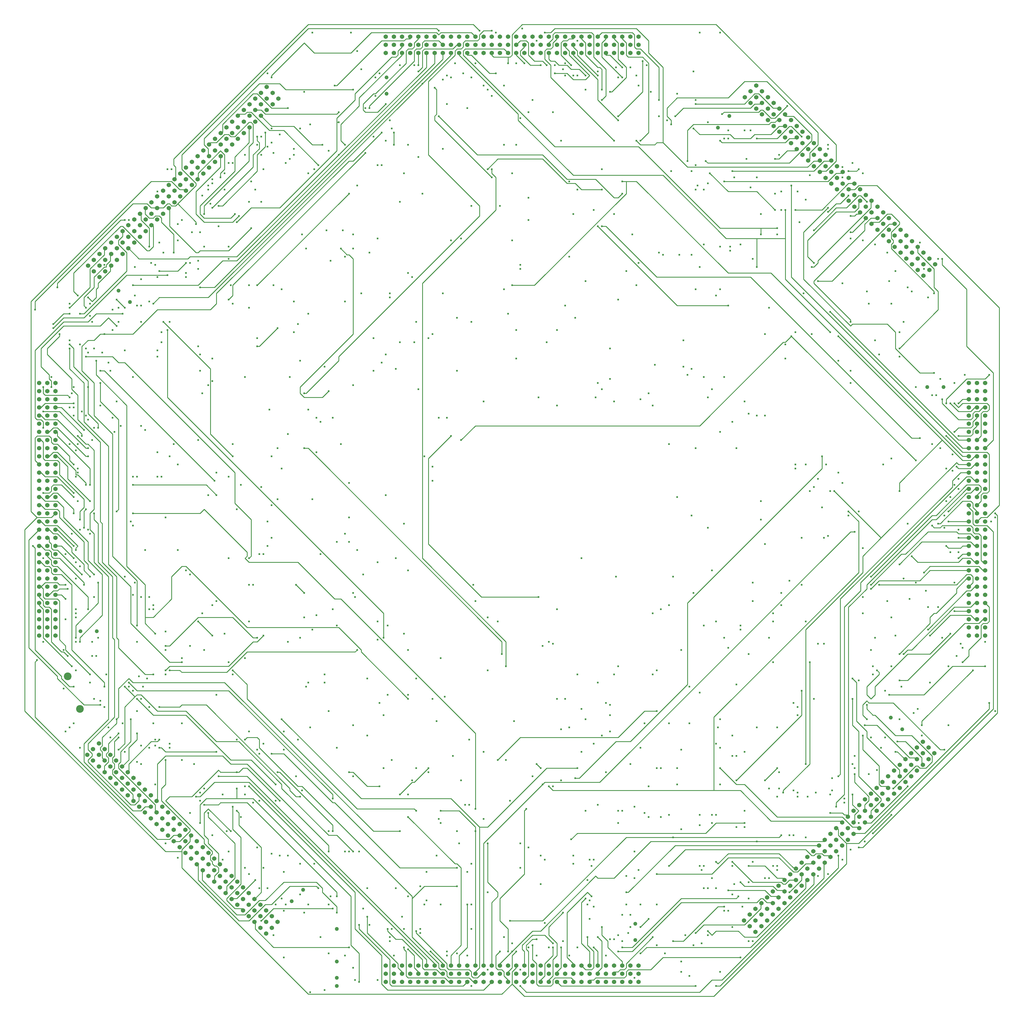
<source format=gbr>
G04 EAGLE Gerber RS-274X export*
G75*
%MOMM*%
%FSLAX34Y34*%
%LPD*%
%INCopper Layer 2*%
%IPPOS*%
%AMOC8*
5,1,8,0,0,1.08239X$1,22.5*%
G01*
%ADD10C,1.371600*%
%ADD11C,2.400300*%
%ADD12C,1.219200*%
%ADD13C,0.254000*%
%ADD14C,0.609600*%


D10*
X-1422400Y-393700D03*
X-1422400Y-368300D03*
X-1422400Y-342900D03*
X-1422400Y-317500D03*
X-1422400Y-292100D03*
X-1422400Y-266700D03*
X-1422400Y-241300D03*
X-1422400Y-215900D03*
X-1422400Y-190500D03*
X-1422400Y-165100D03*
X-1422400Y-139700D03*
X-1422400Y-114300D03*
X-1422400Y-88900D03*
X-1422400Y-63500D03*
X-1422400Y-38100D03*
X-1422400Y-12700D03*
X-1422400Y12700D03*
X-1422400Y38100D03*
X-1422400Y63500D03*
X-1422400Y88900D03*
X-1422400Y114300D03*
X-1422400Y139700D03*
X-1422400Y165100D03*
X-1422400Y190500D03*
X-1422400Y215900D03*
X-1422400Y241300D03*
X-1422400Y266700D03*
X-1422400Y292100D03*
X-1422400Y317500D03*
X-1422400Y342900D03*
X-1422400Y368300D03*
X-1422400Y393700D03*
X-1473200Y-393700D03*
X-1473200Y-368300D03*
X-1473200Y-342900D03*
X-1473200Y-317500D03*
X-1473200Y-292100D03*
X-1473200Y-266700D03*
X-1473200Y-241300D03*
X-1473200Y-215900D03*
X-1473200Y-190500D03*
X-1473200Y-165100D03*
X-1473200Y-139700D03*
X-1473200Y-114300D03*
X-1473200Y-88900D03*
X-1473200Y-63500D03*
X-1473200Y-38100D03*
X-1473200Y-12700D03*
X-1473200Y12700D03*
X-1473200Y38100D03*
X-1473200Y63500D03*
X-1473200Y88900D03*
X-1473200Y114300D03*
X-1473200Y139700D03*
X-1473200Y165100D03*
X-1473200Y190500D03*
X-1473200Y215900D03*
X-1473200Y241300D03*
X-1473200Y266700D03*
X-1473200Y292100D03*
X-1473200Y317500D03*
X-1473200Y342900D03*
X-1473200Y368300D03*
X-1473200Y393700D03*
X-1447800Y-393700D03*
X-1447800Y-368300D03*
X-1447800Y-342900D03*
X-1447800Y-317500D03*
X-1447800Y-292100D03*
X-1447800Y-266700D03*
X-1447800Y-241300D03*
X-1447800Y-215900D03*
X-1447800Y-190500D03*
X-1447800Y-165100D03*
X-1447800Y-139700D03*
X-1447800Y-114300D03*
X-1447800Y-88900D03*
X-1447800Y-63500D03*
X-1447800Y-38100D03*
X-1447800Y-12700D03*
X-1447800Y12700D03*
X-1447800Y38100D03*
X-1447800Y63500D03*
X-1447800Y88900D03*
X-1447800Y114300D03*
X-1447800Y139700D03*
X-1447800Y165100D03*
X-1447800Y190500D03*
X-1447800Y215900D03*
X-1447800Y241300D03*
X-1447800Y266700D03*
X-1447800Y292100D03*
X-1447800Y317500D03*
X-1447800Y342900D03*
X-1447800Y368300D03*
X-1447800Y393700D03*
X393700Y-1422400D03*
X368300Y-1422400D03*
X342900Y-1422400D03*
X317500Y-1422400D03*
X292100Y-1422400D03*
X266700Y-1422400D03*
X241300Y-1422400D03*
X215900Y-1422400D03*
X190500Y-1422400D03*
X165100Y-1422400D03*
X139700Y-1422400D03*
X114300Y-1422400D03*
X88900Y-1422400D03*
X63500Y-1422400D03*
X38100Y-1422400D03*
X12700Y-1422400D03*
X-12700Y-1422400D03*
X-38100Y-1422400D03*
X-63500Y-1422400D03*
X-88900Y-1422400D03*
X-114300Y-1422400D03*
X-139700Y-1422400D03*
X-165100Y-1422400D03*
X-190500Y-1422400D03*
X-215900Y-1422400D03*
X-241300Y-1422400D03*
X-266700Y-1422400D03*
X-292100Y-1422400D03*
X-317500Y-1422400D03*
X-342900Y-1422400D03*
X-368300Y-1422400D03*
X-393700Y-1422400D03*
X393700Y-1473200D03*
X368300Y-1473200D03*
X342900Y-1473200D03*
X317500Y-1473200D03*
X292100Y-1473200D03*
X266700Y-1473200D03*
X241300Y-1473200D03*
X215900Y-1473200D03*
X190500Y-1473200D03*
X165100Y-1473200D03*
X139700Y-1473200D03*
X114300Y-1473200D03*
X88900Y-1473200D03*
X63500Y-1473200D03*
X38100Y-1473200D03*
X12700Y-1473200D03*
X-12700Y-1473200D03*
X-38100Y-1473200D03*
X-63500Y-1473200D03*
X-88900Y-1473200D03*
X-114300Y-1473200D03*
X-139700Y-1473200D03*
X-165100Y-1473200D03*
X-190500Y-1473200D03*
X-215900Y-1473200D03*
X-241300Y-1473200D03*
X-266700Y-1473200D03*
X-292100Y-1473200D03*
X-317500Y-1473200D03*
X-342900Y-1473200D03*
X-368300Y-1473200D03*
X-393700Y-1473200D03*
X393700Y-1447800D03*
X368300Y-1447800D03*
X342900Y-1447800D03*
X317500Y-1447800D03*
X292100Y-1447800D03*
X266700Y-1447800D03*
X241300Y-1447800D03*
X215900Y-1447800D03*
X190500Y-1447800D03*
X165100Y-1447800D03*
X139700Y-1447800D03*
X114300Y-1447800D03*
X88900Y-1447800D03*
X63500Y-1447800D03*
X38100Y-1447800D03*
X12700Y-1447800D03*
X-12700Y-1447800D03*
X-38100Y-1447800D03*
X-63500Y-1447800D03*
X-88900Y-1447800D03*
X-114300Y-1447800D03*
X-139700Y-1447800D03*
X-165100Y-1447800D03*
X-190500Y-1447800D03*
X-215900Y-1447800D03*
X-241300Y-1447800D03*
X-266700Y-1447800D03*
X-292100Y-1447800D03*
X-317500Y-1447800D03*
X-342900Y-1447800D03*
X-368300Y-1447800D03*
X-393700Y-1447800D03*
X-393700Y1422400D03*
X-368300Y1422400D03*
X-342900Y1422400D03*
X-317500Y1422400D03*
X-292100Y1422400D03*
X-266700Y1422400D03*
X-241300Y1422400D03*
X-215900Y1422400D03*
X-190500Y1422400D03*
X-165100Y1422400D03*
X-139700Y1422400D03*
X-114300Y1422400D03*
X-88900Y1422400D03*
X-63500Y1422400D03*
X-38100Y1422400D03*
X-12700Y1422400D03*
X12700Y1422400D03*
X38100Y1422400D03*
X63500Y1422400D03*
X88900Y1422400D03*
X114300Y1422400D03*
X139700Y1422400D03*
X165100Y1422400D03*
X190500Y1422400D03*
X215900Y1422400D03*
X241300Y1422400D03*
X266700Y1422400D03*
X292100Y1422400D03*
X317500Y1422400D03*
X342900Y1422400D03*
X368300Y1422400D03*
X393700Y1422400D03*
X-393700Y1473200D03*
X-368300Y1473200D03*
X-342900Y1473200D03*
X-317500Y1473200D03*
X-292100Y1473200D03*
X-266700Y1473200D03*
X-241300Y1473200D03*
X-215900Y1473200D03*
X-190500Y1473200D03*
X-165100Y1473200D03*
X-139700Y1473200D03*
X-114300Y1473200D03*
X-88900Y1473200D03*
X-63500Y1473200D03*
X-38100Y1473200D03*
X-12700Y1473200D03*
X12700Y1473200D03*
X38100Y1473200D03*
X63500Y1473200D03*
X88900Y1473200D03*
X114300Y1473200D03*
X139700Y1473200D03*
X165100Y1473200D03*
X190500Y1473200D03*
X215900Y1473200D03*
X241300Y1473200D03*
X266700Y1473200D03*
X292100Y1473200D03*
X317500Y1473200D03*
X342900Y1473200D03*
X368300Y1473200D03*
X393700Y1473200D03*
X-393700Y1447800D03*
X-368300Y1447800D03*
X-342900Y1447800D03*
X-317500Y1447800D03*
X-292100Y1447800D03*
X-266700Y1447800D03*
X-241300Y1447800D03*
X-215900Y1447800D03*
X-190500Y1447800D03*
X-165100Y1447800D03*
X-139700Y1447800D03*
X-114300Y1447800D03*
X-88900Y1447800D03*
X-63500Y1447800D03*
X-38100Y1447800D03*
X-12700Y1447800D03*
X12700Y1447800D03*
X38100Y1447800D03*
X63500Y1447800D03*
X88900Y1447800D03*
X114300Y1447800D03*
X139700Y1447800D03*
X165100Y1447800D03*
X190500Y1447800D03*
X215900Y1447800D03*
X241300Y1447800D03*
X266700Y1447800D03*
X292100Y1447800D03*
X317500Y1447800D03*
X342900Y1447800D03*
X368300Y1447800D03*
X393700Y1447800D03*
X724829Y1285109D03*
X742790Y1267148D03*
X760750Y1249188D03*
X778711Y1231227D03*
X796671Y1213267D03*
X814632Y1195306D03*
X832592Y1177346D03*
X850553Y1159385D03*
X868513Y1141425D03*
X886474Y1123464D03*
X904434Y1105504D03*
X922395Y1087543D03*
X940355Y1069583D03*
X958316Y1051622D03*
X976276Y1033662D03*
X994237Y1015701D03*
X1012197Y997741D03*
X1030158Y979780D03*
X1048118Y961820D03*
X1066079Y943859D03*
X1084039Y925899D03*
X1102000Y907938D03*
X1119960Y889978D03*
X1137921Y872017D03*
X1155881Y854057D03*
X1173842Y836096D03*
X1191802Y818136D03*
X1209763Y800175D03*
X1227723Y782215D03*
X1245684Y764254D03*
X1263644Y746293D03*
X1281605Y728333D03*
X760750Y1321030D03*
X778711Y1303069D03*
X796671Y1285109D03*
X814632Y1267148D03*
X832592Y1249188D03*
X850553Y1231227D03*
X868513Y1213267D03*
X886474Y1195306D03*
X904434Y1177346D03*
X922395Y1159385D03*
X940355Y1141425D03*
X958316Y1123464D03*
X976276Y1105504D03*
X994237Y1087543D03*
X1012197Y1069583D03*
X1030158Y1051622D03*
X1048118Y1033662D03*
X1066079Y1015701D03*
X1084039Y997741D03*
X1102000Y979780D03*
X1119960Y961820D03*
X1137921Y943859D03*
X1155881Y925899D03*
X1173842Y907938D03*
X1191802Y889978D03*
X1209763Y872017D03*
X1227723Y854057D03*
X1245684Y836096D03*
X1263644Y818136D03*
X1281605Y800175D03*
X1299565Y782215D03*
X1317526Y764254D03*
X742790Y1303069D03*
X760750Y1285109D03*
X778711Y1267148D03*
X796671Y1249188D03*
X814632Y1231227D03*
X832592Y1213267D03*
X850553Y1195306D03*
X868513Y1177346D03*
X886474Y1159385D03*
X904434Y1141425D03*
X922395Y1123464D03*
X940355Y1105504D03*
X958316Y1087543D03*
X976276Y1069583D03*
X994237Y1051622D03*
X1012197Y1033662D03*
X1030158Y1015701D03*
X1048118Y997741D03*
X1066079Y979780D03*
X1084039Y961820D03*
X1102000Y943859D03*
X1119960Y925899D03*
X1137921Y907938D03*
X1155881Y889978D03*
X1173842Y872017D03*
X1191802Y854057D03*
X1209763Y836096D03*
X1227723Y818136D03*
X1245684Y800175D03*
X1263644Y782215D03*
X1281605Y764254D03*
X1299565Y746293D03*
X-1284769Y724009D03*
X-1266809Y741970D03*
X-1248848Y759930D03*
X-1230888Y777891D03*
X-1212927Y795851D03*
X-1194967Y813812D03*
X-1177006Y831772D03*
X-1159046Y849733D03*
X-1141085Y867694D03*
X-1123125Y885654D03*
X-1105164Y903615D03*
X-1087204Y921575D03*
X-1069243Y939536D03*
X-1051283Y957496D03*
X-1033322Y975457D03*
X-1015362Y993417D03*
X-997401Y1011378D03*
X-979441Y1029338D03*
X-961480Y1047299D03*
X-943520Y1065259D03*
X-925559Y1083220D03*
X-907599Y1101180D03*
X-889638Y1119141D03*
X-871678Y1137101D03*
X-853717Y1155062D03*
X-835757Y1173022D03*
X-817796Y1190983D03*
X-799836Y1208943D03*
X-781875Y1226904D03*
X-763915Y1244864D03*
X-745954Y1262825D03*
X-727994Y1280785D03*
X-1320690Y759930D03*
X-1302730Y777891D03*
X-1284769Y795851D03*
X-1266809Y813812D03*
X-1248848Y831772D03*
X-1230888Y849733D03*
X-1212927Y867694D03*
X-1194967Y885654D03*
X-1177006Y903615D03*
X-1159046Y921575D03*
X-1141085Y939536D03*
X-1123125Y957496D03*
X-1105164Y975457D03*
X-1087204Y993417D03*
X-1069243Y1011378D03*
X-1051283Y1029338D03*
X-1033322Y1047299D03*
X-1015362Y1065259D03*
X-997401Y1083220D03*
X-979441Y1101180D03*
X-961480Y1119141D03*
X-943520Y1137101D03*
X-925559Y1155062D03*
X-907599Y1173022D03*
X-889638Y1190983D03*
X-871678Y1208943D03*
X-853717Y1226904D03*
X-835757Y1244864D03*
X-817796Y1262825D03*
X-799836Y1280785D03*
X-781875Y1298746D03*
X-763915Y1316706D03*
X-1302730Y741970D03*
X-1284769Y759930D03*
X-1266809Y777891D03*
X-1248848Y795851D03*
X-1230888Y813812D03*
X-1212927Y831772D03*
X-1194967Y849733D03*
X-1177006Y867694D03*
X-1159046Y885654D03*
X-1141085Y903615D03*
X-1123125Y921575D03*
X-1105164Y939536D03*
X-1087204Y957496D03*
X-1069243Y975457D03*
X-1051283Y993417D03*
X-1033322Y1011378D03*
X-1015362Y1029338D03*
X-997401Y1047299D03*
X-979441Y1065259D03*
X-961480Y1083220D03*
X-943520Y1101180D03*
X-925559Y1119141D03*
X-907599Y1137101D03*
X-889638Y1155062D03*
X-871678Y1173022D03*
X-853717Y1190983D03*
X-835757Y1208943D03*
X-817796Y1226904D03*
X-799836Y1244864D03*
X-781875Y1262825D03*
X-763915Y1280785D03*
X-745954Y1298746D03*
X1279245Y-724274D03*
X1261284Y-742234D03*
X1243324Y-760195D03*
X1225363Y-778155D03*
X1207403Y-796116D03*
X1189442Y-814076D03*
X1171481Y-832037D03*
X1153521Y-849997D03*
X1135560Y-867958D03*
X1117600Y-885918D03*
X1099639Y-903879D03*
X1081679Y-921839D03*
X1063718Y-939800D03*
X1045758Y-957760D03*
X1027797Y-975721D03*
X1009837Y-993682D03*
X991876Y-1011642D03*
X973916Y-1029603D03*
X955955Y-1047563D03*
X937995Y-1065524D03*
X920034Y-1083484D03*
X902074Y-1101445D03*
X884113Y-1119405D03*
X866153Y-1137366D03*
X848192Y-1155326D03*
X830232Y-1173287D03*
X812271Y-1191247D03*
X794311Y-1209208D03*
X776350Y-1227168D03*
X758390Y-1245129D03*
X740429Y-1263089D03*
X722469Y-1281050D03*
X1315166Y-760195D03*
X1297205Y-778155D03*
X1279245Y-796116D03*
X1261284Y-814076D03*
X1243324Y-832037D03*
X1225363Y-849997D03*
X1207403Y-867958D03*
X1189442Y-885918D03*
X1171481Y-903879D03*
X1153521Y-921839D03*
X1135560Y-939800D03*
X1117600Y-957760D03*
X1099639Y-975721D03*
X1081679Y-993682D03*
X1063718Y-1011642D03*
X1045758Y-1029603D03*
X1027797Y-1047563D03*
X1009837Y-1065524D03*
X991876Y-1083484D03*
X973916Y-1101445D03*
X955955Y-1119405D03*
X937995Y-1137366D03*
X920034Y-1155326D03*
X902074Y-1173287D03*
X884113Y-1191247D03*
X866153Y-1209208D03*
X848192Y-1227168D03*
X830232Y-1245129D03*
X812271Y-1263089D03*
X794311Y-1281050D03*
X776350Y-1299010D03*
X758390Y-1316971D03*
X1297205Y-742234D03*
X1279245Y-760195D03*
X1261284Y-778155D03*
X1243324Y-796116D03*
X1225363Y-814076D03*
X1207403Y-832037D03*
X1189442Y-849997D03*
X1171481Y-867958D03*
X1153521Y-885918D03*
X1135560Y-903879D03*
X1117600Y-921839D03*
X1099639Y-939800D03*
X1081679Y-957760D03*
X1063718Y-975721D03*
X1045758Y-993682D03*
X1027797Y-1011642D03*
X1009837Y-1029603D03*
X991876Y-1047563D03*
X973916Y-1065524D03*
X955955Y-1083484D03*
X937995Y-1101445D03*
X920034Y-1119405D03*
X902074Y-1137366D03*
X884113Y-1155326D03*
X866153Y-1173287D03*
X848192Y-1191247D03*
X830232Y-1209208D03*
X812271Y-1227168D03*
X794311Y-1245129D03*
X776350Y-1263089D03*
X758390Y-1281050D03*
X740429Y-1299010D03*
X-730173Y-1286046D03*
X-748133Y-1268085D03*
X-766094Y-1250125D03*
X-784054Y-1232164D03*
X-802015Y-1214204D03*
X-819975Y-1196243D03*
X-837936Y-1178283D03*
X-855896Y-1160322D03*
X-873857Y-1142362D03*
X-891817Y-1124401D03*
X-909778Y-1106441D03*
X-927738Y-1088480D03*
X-945699Y-1070520D03*
X-963659Y-1052559D03*
X-981620Y-1034599D03*
X-999580Y-1016638D03*
X-1017541Y-998678D03*
X-1035501Y-980717D03*
X-1053462Y-962757D03*
X-1071422Y-944796D03*
X-1089383Y-926836D03*
X-1107343Y-908875D03*
X-1125304Y-890915D03*
X-1143264Y-872954D03*
X-1161225Y-854994D03*
X-1179185Y-837033D03*
X-1197146Y-819073D03*
X-1215106Y-801112D03*
X-1233067Y-783151D03*
X-1251027Y-765191D03*
X-1268988Y-747230D03*
X-1286948Y-729270D03*
X-766094Y-1321967D03*
X-784054Y-1304006D03*
X-802015Y-1286046D03*
X-819975Y-1268085D03*
X-837936Y-1250125D03*
X-855896Y-1232164D03*
X-873857Y-1214204D03*
X-891817Y-1196243D03*
X-909778Y-1178283D03*
X-927738Y-1160322D03*
X-945699Y-1142362D03*
X-963659Y-1124401D03*
X-981620Y-1106441D03*
X-999580Y-1088480D03*
X-1017541Y-1070520D03*
X-1035501Y-1052559D03*
X-1053462Y-1034599D03*
X-1071422Y-1016638D03*
X-1089383Y-998678D03*
X-1107343Y-980717D03*
X-1125304Y-962757D03*
X-1143264Y-944796D03*
X-1161225Y-926836D03*
X-1179185Y-908875D03*
X-1197146Y-890915D03*
X-1215106Y-872954D03*
X-1233067Y-854994D03*
X-1251027Y-837033D03*
X-1268988Y-819073D03*
X-1286948Y-801112D03*
X-1304909Y-783151D03*
X-1322869Y-765191D03*
X-748133Y-1304006D03*
X-766094Y-1286046D03*
X-784054Y-1268085D03*
X-802015Y-1250125D03*
X-819975Y-1232164D03*
X-837936Y-1214204D03*
X-855896Y-1196243D03*
X-873857Y-1178283D03*
X-891817Y-1160322D03*
X-909778Y-1142362D03*
X-927738Y-1124401D03*
X-945699Y-1106441D03*
X-963659Y-1088480D03*
X-981620Y-1070520D03*
X-999580Y-1052559D03*
X-1017541Y-1034599D03*
X-1035501Y-1016638D03*
X-1053462Y-998678D03*
X-1071422Y-980717D03*
X-1089383Y-962757D03*
X-1107343Y-944796D03*
X-1125304Y-926836D03*
X-1143264Y-908875D03*
X-1161225Y-890915D03*
X-1179185Y-872954D03*
X-1197146Y-854994D03*
X-1215106Y-837033D03*
X-1233067Y-819073D03*
X-1251027Y-801112D03*
X-1268988Y-783151D03*
X-1286948Y-765191D03*
X-1304909Y-747230D03*
D11*
X-1384300Y-520700D03*
X-1346200Y-622300D03*
D12*
X-546100Y-1460500D03*
X-546100Y-1485900D03*
X-546100Y-1409700D03*
X-546100Y-1308100D03*
X-1293859Y-379459D03*
X-1344659Y-379459D03*
X-650782Y-1185458D03*
X-686703Y-1221379D03*
X383817Y-1291680D03*
X383817Y-1342480D03*
X1179559Y-649241D03*
X1215480Y-685162D03*
X1293221Y381000D03*
X1344021Y381000D03*
X640899Y1190080D03*
X676820Y1226001D03*
D10*
X1422400Y393700D03*
X1422400Y368300D03*
X1422400Y342900D03*
X1422400Y317500D03*
X1422400Y292100D03*
X1422400Y266700D03*
X1422400Y241300D03*
X1422400Y215900D03*
X1422400Y190500D03*
X1422400Y165100D03*
X1422400Y139700D03*
X1422400Y114300D03*
X1422400Y88900D03*
X1422400Y63500D03*
X1422400Y38100D03*
X1422400Y12700D03*
X1422400Y-12700D03*
X1422400Y-38100D03*
X1422400Y-63500D03*
X1422400Y-88900D03*
X1422400Y-114300D03*
X1422400Y-139700D03*
X1422400Y-165100D03*
X1422400Y-190500D03*
X1422400Y-215900D03*
X1422400Y-241300D03*
X1422400Y-266700D03*
X1422400Y-292100D03*
X1422400Y-317500D03*
X1422400Y-342900D03*
X1422400Y-368300D03*
X1422400Y-393700D03*
X1473200Y393700D03*
X1473200Y368300D03*
X1473200Y342900D03*
X1473200Y317500D03*
X1473200Y292100D03*
X1473200Y266700D03*
X1473200Y241300D03*
X1473200Y215900D03*
X1473200Y190500D03*
X1473200Y165100D03*
X1473200Y139700D03*
X1473200Y114300D03*
X1473200Y88900D03*
X1473200Y63500D03*
X1473200Y38100D03*
X1473200Y12700D03*
X1473200Y-12700D03*
X1473200Y-38100D03*
X1473200Y-63500D03*
X1473200Y-88900D03*
X1473200Y-114300D03*
X1473200Y-139700D03*
X1473200Y-165100D03*
X1473200Y-190500D03*
X1473200Y-215900D03*
X1473200Y-241300D03*
X1473200Y-266700D03*
X1473200Y-292100D03*
X1473200Y-317500D03*
X1473200Y-342900D03*
X1473200Y-368300D03*
X1473200Y-393700D03*
X1447800Y393700D03*
X1447800Y368300D03*
X1447800Y342900D03*
X1447800Y317500D03*
X1447800Y292100D03*
X1447800Y266700D03*
X1447800Y241300D03*
X1447800Y215900D03*
X1447800Y190500D03*
X1447800Y165100D03*
X1447800Y139700D03*
X1447800Y114300D03*
X1447800Y88900D03*
X1447800Y63500D03*
X1447800Y38100D03*
X1447800Y12700D03*
X1447800Y-12700D03*
X1447800Y-38100D03*
X1447800Y-63500D03*
X1447800Y-88900D03*
X1447800Y-114300D03*
X1447800Y-139700D03*
X1447800Y-165100D03*
X1447800Y-190500D03*
X1447800Y-215900D03*
X1447800Y-241300D03*
X1447800Y-266700D03*
X1447800Y-292100D03*
X1447800Y-317500D03*
X1447800Y-342900D03*
X1447800Y-368300D03*
X1447800Y-393700D03*
D12*
X-390618Y1295400D03*
X-390618Y1346200D03*
X-1190080Y646159D03*
X-1226001Y682080D03*
D13*
X1200150Y-755650D02*
X1219200Y-774700D01*
X1200150Y-755650D02*
X1193800Y-755650D01*
X1219200Y-774700D02*
X1225363Y-778155D01*
D14*
X-647700Y-336550D03*
X-1358900Y-336550D03*
X412750Y-946150D03*
X-736600Y-908050D03*
X1193800Y-755650D03*
X723900Y-755650D03*
X723900Y-939800D03*
X-1174750Y666750D03*
X-869950Y641350D03*
X730250Y1092200D03*
X-406400Y1073150D03*
X723900Y336550D03*
D13*
X330200Y-1441450D02*
X317500Y-1441450D01*
X330200Y-1441450D02*
X336550Y-1435100D01*
X349250Y-1435100D01*
X355600Y-1428750D01*
X355600Y-1416050D01*
X438150Y-1333500D01*
X317500Y-1441450D02*
X317500Y-1447800D01*
X-1250950Y774700D02*
X-1250950Y793750D01*
X-1250950Y774700D02*
X-1263650Y762000D01*
X-1263650Y755650D01*
X-1270000Y755650D01*
X-1301750Y723900D01*
X-1301750Y692150D01*
X-1333500Y660400D01*
X-1333500Y635000D01*
X-1327150Y628650D01*
X-1250950Y793750D02*
X-1248848Y795851D01*
X1428750Y304800D02*
X1441450Y317500D01*
X1428750Y304800D02*
X1390650Y304800D01*
X1365250Y330200D01*
X1441450Y317500D02*
X1447800Y317500D01*
D14*
X438150Y-1333500D03*
X438150Y-514350D03*
X1123950Y-514350D03*
X-1358900Y-323850D03*
X438150Y-323850D03*
X-1327150Y628650D03*
X-1327150Y501650D03*
X-965200Y361950D03*
X-965200Y-323850D03*
X-736600Y-1231900D03*
X-609600Y-330200D03*
X-469900Y1371600D03*
X-495300Y-260350D03*
X1365250Y330200D03*
X438150Y323850D03*
X482600Y1212850D03*
D13*
X-1289050Y266700D02*
X-1289050Y254000D01*
X-1289050Y266700D02*
X-1320800Y298450D01*
X-1320800Y381000D02*
X-1320800Y400050D01*
X-1320800Y381000D02*
X-1320800Y298450D01*
X-1320800Y400050D02*
X-1365250Y444500D01*
X-1365250Y501650D01*
X-1377950Y514350D01*
X-1377950Y628650D02*
X-1314450Y692150D01*
X-1314450Y749300D01*
X-1270000Y793750D01*
X-1270000Y812800D01*
X-1266809Y813812D01*
X-330200Y1466850D02*
X-317500Y1466850D01*
X-330200Y1466850D02*
X-336550Y1460500D01*
X-406400Y1460500D01*
X-546100Y1320800D01*
X-552450Y1320800D01*
X-317500Y1466850D02*
X-317500Y1473200D01*
X1454150Y304800D02*
X1466850Y317500D01*
X1454150Y304800D02*
X1441450Y304800D01*
X1435100Y298450D01*
X1435100Y285750D01*
X1428750Y279400D01*
X1390650Y279400D01*
X1339850Y330200D01*
X1339850Y342900D01*
X1466850Y317500D02*
X1473200Y317500D01*
D14*
X-704850Y-1231900D03*
X463550Y-958850D03*
X1263650Y-622300D03*
X641350Y-679450D03*
X463550Y-806450D03*
X-1390650Y-342900D03*
X-1301750Y-273050D03*
X-1289050Y254000D03*
X-1377950Y514350D03*
X-1377950Y628650D03*
X-552450Y1320800D03*
X-495300Y387350D03*
X-1320800Y381000D03*
X1339850Y342900D03*
X393700Y1320800D03*
X425450Y361950D03*
X412750Y-666750D03*
D13*
X-1397000Y609600D02*
X-1428750Y577850D01*
X-1397000Y609600D02*
X-1377950Y609600D01*
X342900Y1466850D02*
X355600Y1454150D01*
X355600Y1416050D01*
X361950Y1409700D01*
X406400Y1409700D01*
X425450Y1390650D01*
X425450Y1174750D01*
X400050Y1149350D01*
X342900Y1466850D02*
X342900Y1473200D01*
X1466850Y-342900D02*
X1454150Y-355600D01*
X1409700Y-355600D01*
X1231900Y-533400D01*
X1206500Y-533400D01*
X1466850Y-342900D02*
X1473200Y-342900D01*
D14*
X-1428750Y577850D03*
X-1377950Y609600D03*
X-1377950Y527050D03*
X-793750Y533400D03*
X-800100Y996950D03*
X400050Y1149350D03*
X12700Y1136650D03*
X12700Y558800D03*
X1295400Y660400D03*
X1016000Y463550D03*
X12700Y469900D03*
X527050Y-996950D03*
X527050Y-1409700D03*
X736600Y-1346200D03*
X-1365250Y-666750D03*
X-1295400Y-457200D03*
X-222250Y-463550D03*
X-171450Y-1003300D03*
X1206500Y-533400D03*
X1079500Y-533400D03*
D13*
X1428750Y-330200D02*
X1441450Y-342900D01*
X1428750Y-330200D02*
X1365250Y-330200D01*
X1301750Y-393700D01*
X1441450Y-342900D02*
X1447800Y-342900D01*
X-342900Y-1441450D02*
X-355600Y-1428750D01*
X-355600Y-1416050D01*
X-450850Y-1320800D01*
X-450850Y-1270000D01*
X-342900Y-1441450D02*
X-342900Y-1447800D01*
X-1282700Y336550D02*
X-1282700Y393700D01*
X-1282700Y336550D02*
X-1225550Y279400D01*
X-1225550Y0D01*
X-1231900Y-6350D01*
X-1231900Y-654050D02*
X-1231900Y-666750D01*
X-1276350Y-711200D01*
X-1276350Y-736600D01*
X-1282700Y-742950D01*
X-1282700Y-749300D01*
X-1276350Y-755650D01*
X-1276350Y-774700D01*
X-1270000Y-781050D01*
X-1268988Y-783151D01*
X-768350Y1130300D02*
X-768350Y1174750D01*
X-768350Y1130300D02*
X-793750Y1104900D01*
X-793750Y1054100D01*
X-901700Y946150D01*
X-914400Y946150D01*
X-431800Y-1003300D02*
X-349250Y-1003300D01*
X-431800Y-1003300D02*
X-895350Y-539750D01*
X-1181100Y-539750D01*
X-1193800Y-527050D01*
X-1225550Y-558800D01*
X-1225550Y-647700D01*
X-1231900Y-654050D01*
D14*
X368300Y1377950D03*
X387350Y698500D03*
X1231900Y692150D03*
X1301750Y-393700D03*
X-450850Y-1270000D03*
X241300Y-1276350D03*
X-1377950Y317500D03*
X-1282700Y393700D03*
X-1231900Y-6350D03*
X-1231900Y-654050D03*
X-768350Y1174750D03*
X-914400Y946150D03*
X-946150Y387350D03*
X-342900Y-1270000D03*
X-349250Y-1003300D03*
X374650Y857250D03*
X-914400Y882650D03*
D13*
X-1435100Y400050D02*
X-1435100Y381000D01*
X-1435100Y400050D02*
X-1441450Y406400D01*
X-1441450Y419100D01*
X-1466850Y444500D01*
X-1466850Y501650D01*
X-1397000Y571500D01*
X-1282700Y571500D01*
X-1257300Y596900D01*
X-1231900Y571500D01*
X-787400Y508000D02*
X-730250Y565150D01*
X-787400Y508000D02*
X-793750Y508000D01*
D14*
X-260350Y-819150D03*
X-273050Y-1231900D03*
X692150Y-1168400D03*
X787400Y-1149350D03*
X800100Y-869950D03*
X-1435100Y381000D03*
X-1231900Y571500D03*
X-730250Y565150D03*
X-723900Y1168400D03*
X431800Y1301750D03*
X444500Y450850D03*
X1257300Y381000D03*
X1295400Y-304800D03*
X-793750Y508000D03*
X425450Y-863600D03*
D13*
X-1454150Y330200D02*
X-1466850Y317500D01*
X-1454150Y330200D02*
X-1365250Y330200D01*
X-1225550Y-698500D02*
X-1257300Y-730250D01*
X-1257300Y-755650D01*
X-1263650Y-762000D01*
X-1263650Y-768350D01*
X-1257300Y-774700D01*
X-1257300Y-787400D01*
X-1270000Y-800100D01*
X-1270000Y-812800D01*
X-1466850Y317500D02*
X-1473200Y317500D01*
X-1270000Y-812800D02*
X-1268988Y-819073D01*
X-793750Y1149350D02*
X-793750Y1162050D01*
X-793750Y1149350D02*
X-787400Y1143000D01*
X-787400Y1123950D01*
X-806450Y1104900D01*
X-806450Y1066800D01*
X-933450Y939800D01*
X317500Y1466850D02*
X330200Y1454150D01*
X330200Y1403350D01*
X355600Y1377950D01*
X355600Y1346200D01*
X311150Y1301750D01*
X304800Y1301750D01*
X317500Y1466850D02*
X317500Y1473200D01*
X1263650Y812800D02*
X1263650Y800100D01*
X1314450Y749300D01*
X1314450Y692150D01*
X1327150Y679450D01*
X1327150Y622300D01*
X1206500Y501650D01*
X1263650Y812800D02*
X1263644Y818136D01*
D14*
X-1365250Y330200D03*
X-1225550Y-698500D03*
X-793750Y1162050D03*
X-933450Y939800D03*
X-933450Y469900D03*
X-971550Y431800D03*
X-1250950Y431800D03*
X-419100Y-1466850D03*
X-488950Y-1466850D03*
X-431800Y431800D03*
X304800Y1301750D03*
X304800Y406400D03*
X609600Y-1327150D03*
X622300Y-1149350D03*
X355600Y-1143000D03*
X1206500Y501650D03*
X304800Y501650D03*
X1123950Y-488950D03*
X330200Y-488950D03*
D13*
X-1460500Y361950D02*
X-1460500Y381000D01*
X-1460500Y361950D02*
X-1454150Y355600D01*
X-1384300Y355600D01*
X-1377950Y349250D01*
X-793750Y1244600D02*
X-781050Y1244600D01*
X-768350Y1231900D01*
X-546100Y1231900D01*
X-539750Y1238250D01*
X-533400Y812800D02*
X-514350Y793750D01*
X-508000Y793750D01*
X-495300Y781050D01*
X-495300Y546100D01*
X-660400Y381000D01*
X-660400Y361950D01*
X-647700Y349250D01*
X-590550Y349250D01*
X-571500Y368300D01*
X-793750Y1244600D02*
X-799836Y1244864D01*
D14*
X812800Y-1111250D03*
X971550Y-419100D03*
X1397000Y-419100D03*
X-584200Y-1498600D03*
X-571500Y-628650D03*
X-1168400Y-628650D03*
X-1206500Y-755650D03*
X-1460500Y381000D03*
X-1377950Y349250D03*
X-571500Y368300D03*
X-539750Y1238250D03*
X-533400Y812800D03*
X457200Y1225550D03*
X457200Y800100D03*
X-520700Y787400D03*
X679450Y806450D03*
X971550Y-88900D03*
X901700Y-88900D03*
X908050Y673100D03*
D13*
X-412750Y-863600D02*
X-450850Y-863600D01*
X-495300Y-819150D01*
X-508000Y-819150D01*
X-1403350Y317500D02*
X-1422400Y317500D01*
X-1403350Y317500D02*
X-1333500Y247650D01*
X-749300Y1193800D02*
X-781050Y1225550D01*
X-749300Y1193800D02*
X-679450Y1193800D01*
X-622300Y1136650D01*
X-590550Y1136650D01*
X-781050Y1225550D02*
X-781875Y1226904D01*
X774700Y-1231900D02*
X774700Y-1244600D01*
X723900Y-1295400D01*
X596900Y-1295400D01*
X571500Y-1320800D01*
X774700Y-1231900D02*
X776350Y-1227168D01*
X1377950Y-317500D02*
X1422400Y-317500D01*
D14*
X-412750Y-863600D03*
X-508000Y-819150D03*
X-1333500Y247650D03*
X-1371600Y-76200D03*
X-508000Y-101600D03*
X-590550Y1136650D03*
X-546100Y-101600D03*
X323850Y1377950D03*
X-25400Y1320800D03*
X-25400Y1136650D03*
X571500Y-1320800D03*
X565150Y-260350D03*
X1377950Y-317500D03*
X850900Y469900D03*
X838200Y-260350D03*
D13*
X-495300Y-1066800D02*
X-546100Y-1016000D01*
X-571500Y-1016000D01*
X-717550Y-869950D01*
X-717550Y-857250D01*
X-850900Y-723900D01*
X-920750Y-723900D01*
X-1016000Y-628650D01*
X-1104900Y-628650D01*
X-1155700Y-577850D01*
X-1168400Y-577850D01*
X-1174750Y-584200D02*
X-1206500Y-615950D01*
X-1174750Y-584200D02*
X-1168400Y-577850D01*
X-1206500Y-615950D02*
X-1206500Y-730250D01*
X-1225550Y-749300D01*
X-1454150Y279400D02*
X-1466850Y292100D01*
X-1454150Y279400D02*
X-1416050Y279400D01*
X-1327150Y190500D01*
X-1320800Y190500D01*
X-1466850Y292100D02*
X-1473200Y292100D01*
X844550Y-876300D02*
X844550Y-882650D01*
X844550Y-876300D02*
X927100Y-793750D01*
X927100Y-476250D01*
X1403350Y-476250D02*
X1422400Y-457200D01*
X1422400Y-438150D01*
X1460500Y-400050D01*
X1460500Y-361950D01*
X1466850Y-355600D01*
X1479550Y-355600D01*
X1485900Y-349250D01*
X1485900Y-304800D01*
X1473200Y-292100D01*
X1473200Y-292100D01*
X279400Y1454150D02*
X292100Y1466850D01*
X279400Y1454150D02*
X279400Y1409700D01*
X342900Y1346200D01*
X355600Y1022350D02*
X387350Y1022350D01*
X355600Y1022350D02*
X342900Y1022350D01*
X387350Y1022350D02*
X673100Y736600D01*
X806450Y736600D01*
X990600Y552450D01*
X292100Y1466850D02*
X292100Y1473200D01*
X69850Y698500D02*
X0Y698500D01*
X69850Y698500D02*
X355600Y984250D01*
X355600Y1022350D01*
X-1206500Y-552450D02*
X-1174750Y-584200D01*
D14*
X-495300Y-1428750D03*
X-495300Y-1066800D03*
X-1225550Y-749300D03*
X-1320800Y190500D03*
X-730250Y190500D03*
X-742950Y1111250D03*
X749300Y-1346200D03*
X590550Y-1352550D03*
X590550Y-1123950D03*
X825500Y-1123950D03*
X844550Y-882650D03*
X927100Y-476250D03*
X1403350Y-476250D03*
X1206500Y552450D03*
X990600Y552450D03*
X990600Y57150D03*
X927100Y57150D03*
X342900Y1346200D03*
X342900Y1022350D03*
X-742950Y698500D03*
X0Y698500D03*
X-1206500Y-552450D03*
X-1187450Y-38100D03*
X-762000Y-38100D03*
D13*
X1428750Y-304800D02*
X1441450Y-292100D01*
X1428750Y-304800D02*
X1377950Y-304800D01*
X1244600Y-438150D01*
X1231900Y-438150D01*
X1219200Y-450850D01*
X1441450Y-292100D02*
X1447800Y-292100D01*
X-292100Y-1441450D02*
X-304800Y-1428750D01*
X-304800Y-1390650D01*
X-323850Y-1371600D01*
X330200Y-1377950D02*
X374650Y-1377950D01*
X527050Y-1225550D01*
X762000Y-1225550D01*
X774700Y-1212850D01*
X781050Y-1212850D01*
X793750Y-1225550D01*
X806450Y-1225550D01*
X-292100Y-1441450D02*
X-292100Y-1447800D01*
X806450Y-1225550D02*
X812271Y-1227168D01*
X-914400Y-920750D02*
X-958850Y-920750D01*
X-914400Y-920750D02*
X-908050Y-914400D01*
X-825500Y-914400D01*
X-546100Y-1193800D01*
X-546100Y-1206500D01*
D14*
X-1339850Y304800D03*
X-755650Y311150D03*
X-749300Y1143000D03*
X-50800Y1485900D03*
X1219200Y-450850D03*
X1174750Y711200D03*
X-323850Y-1371600D03*
X330200Y-1377950D03*
X-1155700Y-793750D03*
X-1155700Y-736600D03*
X-958850Y-920750D03*
X-546100Y-1206500D03*
X-323850Y-1206500D03*
X1193800Y-393700D03*
X-336550Y-387350D03*
X-406400Y457200D03*
D13*
X-857250Y-939800D02*
X-850900Y-946150D01*
X-850900Y-984250D01*
X-781050Y-1054100D01*
X-781050Y-1193800D01*
X-800100Y-1212850D01*
X-802015Y-1214204D01*
X-1270000Y431800D02*
X-1282700Y431800D01*
X-1270000Y431800D02*
X-927100Y88900D01*
X-292100Y1384300D02*
X-292100Y1422400D01*
D14*
X-1358900Y-311150D03*
X-920750Y-285750D03*
X-901700Y-889000D03*
X-857250Y-939800D03*
X-1244600Y622300D03*
X-1282700Y431800D03*
X-927100Y88900D03*
X-292100Y1384300D03*
X-247650Y133350D03*
X292100Y-1390650D03*
X292100Y-603250D03*
X831850Y-869950D03*
X831850Y-819150D03*
X292100Y-819150D03*
X787400Y546100D03*
X-247650Y546100D03*
X787400Y292100D03*
D13*
X1333500Y-749300D02*
X1346200Y-749300D01*
X1333500Y-749300D02*
X1187450Y-603250D01*
X1111250Y-603250D01*
X1104900Y-596900D01*
X1092200Y-609600D01*
X1092200Y-641350D01*
X1104900Y-654050D01*
X-1066800Y-488950D02*
X-1079500Y-501650D01*
X-1066800Y-488950D02*
X-882650Y-488950D01*
X-806450Y-412750D01*
X-793750Y-412750D01*
X-774700Y-393700D01*
X1447800Y285750D02*
X1447800Y292100D01*
X1447800Y285750D02*
X1435100Y273050D01*
X1435100Y260350D01*
X1428750Y254000D01*
X1390650Y254000D01*
X1377950Y241300D01*
X1447800Y292100D02*
X1447800Y292100D01*
D14*
X-660400Y-1200150D03*
X368300Y-1301750D03*
X381000Y-1149350D03*
X247650Y-1111250D03*
X228600Y-939800D03*
X-146050Y-920750D03*
X1346200Y-749300D03*
X1104900Y-654050D03*
X228600Y-654050D03*
X-1460500Y-412750D03*
X-1308100Y-457200D03*
X-1308100Y-412750D03*
X-1111250Y-736600D03*
X-1066800Y-730250D03*
X-1079500Y-501650D03*
X-774700Y-393700D03*
X-774700Y-139700D03*
X-1301750Y501650D03*
X-977900Y508000D03*
X723900Y1181100D03*
X571500Y996950D03*
X571500Y685800D03*
X647700Y685800D03*
X647700Y-654050D03*
X1377950Y241300D03*
X647700Y241300D03*
D13*
X-1473200Y-292100D02*
X-1473200Y-298450D01*
X-1460500Y-311150D01*
X-1460500Y-400050D01*
X-1371600Y-488950D01*
X-869950Y-927100D02*
X-869950Y-996950D01*
X-844550Y-1022350D01*
X-844550Y-1168400D01*
X-889000Y-1212850D01*
X-889000Y-1219200D01*
X-863600Y-1244600D01*
X-838200Y-1244600D01*
X-1473200Y-292100D02*
X-1473200Y-292100D01*
X-838200Y-1244600D02*
X-837936Y-1250125D01*
X-304800Y1454150D02*
X-292100Y1466850D01*
X-304800Y1454150D02*
X-304800Y1441450D01*
X-311150Y1435100D01*
X-323850Y1435100D01*
X-330200Y1428750D01*
X-330200Y1390650D01*
X-425450Y1295400D01*
X-431800Y1295400D01*
X-463550Y1263650D01*
X-463550Y1244600D01*
X-457200Y1238250D01*
X-419100Y1238250D01*
X-393700Y1263650D01*
X-292100Y1466850D02*
X-292100Y1473200D01*
X812800Y1250950D02*
X831850Y1250950D01*
X812800Y1250950D02*
X768350Y1295400D01*
X755650Y1295400D01*
X723900Y1263650D01*
X571500Y1263650D01*
X831850Y1250950D02*
X832592Y1249188D01*
D14*
X1054100Y-1060450D03*
X-1371600Y-488950D03*
X-869950Y-514350D03*
X-869950Y-927100D03*
X-1308100Y584200D03*
X-1276350Y488950D03*
X-584200Y444500D03*
X-584200Y-514350D03*
X-393700Y1263650D03*
X-361950Y438150D03*
X571500Y1263650D03*
X-139700Y1250950D03*
X-152400Y1358900D03*
X546100Y419100D03*
X685800Y-1301750D03*
X685800Y-1200150D03*
X241300Y-1219200D03*
X203200Y-514350D03*
D13*
X-1403350Y-266700D02*
X-1422400Y-266700D01*
X-1403350Y-266700D02*
X-1390650Y-279400D01*
X-266700Y1377950D02*
X-266700Y1422400D01*
X-539750Y1104900D02*
X-857250Y787400D01*
X-539750Y1104900D02*
X-266700Y1377950D01*
X-857250Y787400D02*
X-1003300Y787400D01*
X-1009650Y781050D01*
X-1162050Y781050D01*
X-1193800Y812800D01*
X-1194967Y813812D01*
X254000Y-1365250D02*
X266700Y-1377950D01*
X266700Y-1422400D01*
X209550Y-838200D02*
X196850Y-838200D01*
X209550Y-838200D02*
X323850Y-723900D01*
X368300Y-723900D01*
X546100Y-546100D01*
X546100Y-292100D01*
X965200Y127000D01*
X965200Y165100D01*
D14*
X-1390650Y-279400D03*
X-1181100Y-266700D03*
X254000Y-1238250D03*
X254000Y-1365250D03*
X1149350Y-742950D03*
X1181100Y158750D03*
X965200Y165100D03*
X234950Y-1231900D03*
X196850Y-838200D03*
X-539750Y1104900D03*
X831850Y1104900D03*
D13*
X-647700Y-260350D02*
X-673100Y-234950D01*
X-1384300Y-247650D02*
X-1409700Y-247650D01*
X-1416050Y-254000D01*
X-1428750Y-254000D01*
X-1441450Y-266700D01*
X-1447800Y-266700D01*
X266700Y-1441450D02*
X279400Y-1428750D01*
X279400Y-1346200D01*
X266700Y-1333500D01*
X266700Y-1441450D02*
X266700Y-1447800D01*
X1206500Y-831850D02*
X1206500Y-812800D01*
X1104900Y-711200D01*
X1104900Y-692150D01*
X1073150Y-660400D01*
X1073150Y-539750D01*
X1060450Y-527050D01*
X1206500Y-831850D02*
X1207403Y-832037D01*
X1447800Y260350D02*
X1447800Y266700D01*
X1447800Y260350D02*
X1435100Y247650D01*
X1435100Y234950D01*
X1428750Y228600D01*
X1390650Y228600D01*
X1447800Y266700D02*
X1447800Y266700D01*
X831850Y1212850D02*
X825500Y1212850D01*
X819150Y1206500D01*
X806450Y1206500D01*
X800100Y1200150D01*
X565150Y1200150D01*
X546100Y1181100D01*
X546100Y1085850D01*
X831850Y1212850D02*
X832592Y1213267D01*
D14*
X-717550Y-1212850D03*
X-723900Y-1079500D03*
X-673100Y-234950D03*
X-647700Y-260350D03*
X-1384300Y-247650D03*
X266700Y-1333500D03*
X266700Y-920750D03*
X-133350Y-920750D03*
X-133350Y-717550D03*
X-666750Y-717550D03*
X1060450Y-527050D03*
X266700Y-539750D03*
X1390650Y228600D03*
X1346200Y-19050D03*
X1047750Y-19050D03*
X-1092200Y552450D03*
X-679450Y552450D03*
X546100Y1085850D03*
X558800Y-19050D03*
X-304800Y1384300D03*
X-298450Y584200D03*
D13*
X-1384300Y-457200D02*
X-1397000Y-444500D01*
X-1403350Y-444500D01*
X-1435100Y-412750D01*
X-1435100Y-311150D01*
X-1441450Y-304800D01*
X-1454150Y-304800D01*
X-1460500Y-298450D01*
X-1460500Y-285750D01*
X-1473200Y-273050D01*
X-1473200Y-266700D01*
X-1473200Y-266700D01*
X400050Y-1301750D02*
X425450Y-1276350D01*
X-1377950Y438150D02*
X-1377950Y501650D01*
X-1377950Y438150D02*
X-1333500Y393700D01*
X-1333500Y273050D01*
X-1257300Y196850D01*
X-1257300Y-171450D01*
X-1187450Y-241300D01*
X-1187450Y-355600D01*
X-1066800Y-476250D01*
X-1028700Y-476250D01*
X850900Y1225550D02*
X876300Y1225550D01*
X933450Y1168400D01*
X933450Y1149350D01*
X863600Y1079500D01*
X609600Y1079500D01*
X603250Y1085850D01*
X850900Y1225550D02*
X850553Y1231227D01*
D14*
X-819150Y-1136650D03*
X-971550Y-882650D03*
X-1028700Y-476250D03*
X-1384300Y-457200D03*
X400050Y-1301750D03*
X425450Y-1276350D03*
X425450Y-958850D03*
X-88900Y-965200D03*
X-88900Y-755650D03*
X-787400Y-762000D03*
X1206500Y-654050D03*
X215900Y-622300D03*
X215900Y-755650D03*
X1320800Y355600D03*
X1212850Y-552450D03*
X-1377950Y501650D03*
X603250Y1085850D03*
X609600Y349250D03*
X-482600Y1428750D03*
X-482600Y1009650D03*
X609600Y1016000D03*
D13*
X-977900Y698500D02*
X-1181100Y698500D01*
X-977900Y698500D02*
X-901700Y774700D01*
X-857250Y774700D01*
X-241300Y1390650D01*
X-241300Y1422400D01*
X241300Y-1377950D02*
X241300Y-1422400D01*
X241300Y-1377950D02*
X215900Y-1352550D01*
X215900Y-1225550D01*
X228600Y-1212850D01*
D14*
X1155700Y139700D03*
X977900Y139700D03*
X-1181100Y698500D03*
X-1079500Y-514350D03*
X-990600Y-793750D03*
X228600Y-1212850D03*
X-1143000Y-127000D03*
X-1143000Y247650D03*
D13*
X565150Y1187450D02*
X584200Y1168400D01*
X679450Y1168400D01*
X692150Y1155700D01*
X742950Y1155700D01*
X755650Y1168400D01*
X806450Y1168400D01*
X831850Y1193800D01*
X844550Y1193800D01*
X850553Y1195306D01*
X-1409700Y546100D02*
X-1409700Y539750D01*
X-1447800Y501650D01*
X-1447800Y482600D01*
X-1371600Y406400D01*
X-1371600Y374650D01*
X-1352550Y355600D01*
X-1352550Y279400D01*
X-1282700Y209550D01*
X-1282700Y-38100D01*
X-1276350Y-44450D01*
X-1276350Y-165100D01*
X-1231900Y-209550D01*
X-1231900Y-400050D01*
X-1225550Y-406400D01*
X-1225550Y-431800D01*
X-1143000Y-514350D01*
X-1117600Y-514350D01*
D14*
X-412750Y1358900D03*
X-374650Y1187450D03*
X565150Y1187450D03*
X317500Y-1339850D03*
X317500Y-514350D03*
X-787400Y-1181100D03*
X-285750Y-1174750D03*
X-298450Y-527050D03*
X889000Y-882650D03*
X889000Y-641350D03*
X304800Y-641350D03*
X-1358900Y-501650D03*
X-1409700Y546100D03*
X-1117600Y-514350D03*
X-381000Y673100D03*
X-469900Y673100D03*
X-450850Y-527050D03*
D13*
X241300Y-1466850D02*
X254000Y-1466850D01*
X260350Y-1460500D01*
X349250Y-1460500D01*
X355600Y-1454150D01*
X355600Y-1441450D01*
X361950Y-1435100D01*
X431800Y-1435100D01*
X469900Y-1397000D01*
X711200Y-1397000D01*
X241300Y-1466850D02*
X241300Y-1473200D01*
X1511300Y-19050D02*
X1504950Y-12700D01*
X1511300Y-19050D02*
X1511300Y-635000D01*
X1092200Y-1054100D01*
X1079500Y-1054100D01*
X-857250Y-1212850D02*
X-869950Y-1212850D01*
X-857250Y-1212850D02*
X-800100Y-1155700D01*
X-736600Y-857250D02*
X-812800Y-781050D01*
X-876300Y-781050D01*
X-1016000Y-641350D01*
X-1117600Y-641350D01*
X-1168400Y-590550D01*
X-1314450Y-514350D02*
X-1390650Y-438150D01*
X-1390650Y-425450D01*
X-1409700Y-406400D01*
X-1409700Y-285750D01*
X-1416050Y-279400D01*
X-1454150Y-279400D01*
X-1460500Y-273050D01*
X-1460500Y-247650D01*
X-1466850Y-241300D01*
X-873857Y-1214204D02*
X-869950Y-1212850D01*
X-1212850Y850900D02*
X-1212850Y863600D01*
X-1212850Y850900D02*
X-1225550Y838200D01*
X-1225550Y825500D01*
X-1200150Y800100D01*
X-1200150Y742950D01*
X-1333500Y609600D01*
X-1346200Y609600D01*
X-1390650Y-234950D02*
X-1409700Y-234950D01*
X-1416050Y-228600D01*
X-1454150Y-228600D01*
X-1466850Y-241300D01*
X-1212850Y863600D02*
X-1212927Y867694D01*
X-1466850Y-241300D02*
X-1473200Y-241300D01*
X1270000Y425450D02*
X1314450Y425450D01*
X1270000Y425450D02*
X1193800Y501650D01*
X1193800Y552450D01*
X1168400Y577850D01*
X1060450Y577850D01*
X1054100Y571500D01*
X908050Y717550D01*
X908050Y863600D01*
X984250Y939800D01*
D14*
X711200Y-1397000D03*
X1079500Y-1054100D03*
X1504950Y-12700D03*
X-349250Y1384300D03*
X-349250Y958850D03*
X889000Y990600D03*
X-800100Y-1155700D03*
X-736600Y-857250D03*
X-1168400Y-590550D03*
X-1314450Y-514350D03*
X-1346200Y609600D03*
X-1346200Y514350D03*
X-1320800Y279400D03*
X-1390650Y-234950D03*
X-349250Y520700D03*
X-1092200Y520700D03*
X1314450Y425450D03*
X984250Y939800D03*
D13*
X1390650Y215900D02*
X1422400Y215900D01*
X1390650Y215900D02*
X990600Y615950D01*
X-1066800Y-425450D02*
X-1079500Y-425450D01*
X-1066800Y-425450D02*
X-977900Y-336550D01*
X-869950Y-336550D01*
X-806450Y-400050D01*
X-793750Y-400050D01*
X215900Y-1422400D02*
X228600Y-1435100D01*
X247650Y-1435100D01*
X254000Y-1428750D01*
X254000Y-1377950D01*
X234950Y-1358900D01*
X234950Y-1333500D01*
X215900Y-1422400D02*
X215900Y-1422400D01*
X-215900Y1403350D02*
X-215900Y1422400D01*
X-215900Y1403350D02*
X-927100Y692150D01*
X-971550Y692150D01*
D14*
X990600Y615950D03*
X-1079500Y-425450D03*
X-793750Y-400050D03*
X-793750Y-749300D03*
X-711200Y-749300D03*
X-711200Y-1130300D03*
X234950Y-1333500D03*
X190500Y-1104900D03*
X-127000Y-1104900D03*
X-266700Y-1130300D03*
X1066800Y-768350D03*
X698500Y-768350D03*
X-1155700Y717550D03*
X-1155700Y635000D03*
X-819150Y628650D03*
X-971550Y692150D03*
D13*
X1092200Y-704850D02*
X1092200Y-749300D01*
X1143000Y-800100D01*
X1143000Y-857250D01*
X1149350Y-863600D01*
X1168400Y-863600D01*
X1171481Y-867958D01*
X-1206500Y628650D02*
X-1231900Y654050D01*
X-228600Y1460500D02*
X-215900Y1447800D01*
X-228600Y1460500D02*
X-273050Y1460500D01*
X-279400Y1454150D01*
X-279400Y1441450D01*
X-285750Y1435100D01*
X-298450Y1435100D01*
X-304800Y1428750D01*
X-304800Y1397000D01*
X-444500Y1257300D01*
X-444500Y1250950D01*
X-215900Y1447800D02*
X-215900Y1447800D01*
X1447800Y215900D02*
X1460500Y228600D01*
X1460500Y298450D01*
X1466850Y304800D01*
X1479550Y304800D01*
X1485900Y311150D01*
X1485900Y323850D01*
X1479550Y330200D01*
X1403350Y330200D01*
X1390650Y317500D01*
X1377950Y330200D01*
X1447800Y215900D02*
X1447800Y215900D01*
D14*
X304800Y-1339850D03*
X304800Y-692150D03*
X1092200Y-704850D03*
X-1136650Y-527050D03*
X-1231900Y654050D03*
X-1206500Y628650D03*
X-635000Y609600D03*
X-635000Y-539750D03*
X-596900Y-1333500D03*
X-584200Y-539750D03*
X-444500Y1250950D03*
X-444500Y800100D03*
X1377950Y330200D03*
X-635000Y311150D03*
X596900Y996950D03*
X596900Y825500D03*
D13*
X-889000Y-1174750D02*
X-889000Y-1193800D01*
X-889000Y-1174750D02*
X-863600Y-1149350D01*
X-863600Y-1041400D01*
X-946150Y-958850D01*
X-946150Y-946150D01*
X-889000Y-1193800D02*
X-891817Y-1196243D01*
D14*
X381000Y-1460500D03*
X539750Y-1327150D03*
X552450Y-552450D03*
X1301750Y-539750D03*
X-946150Y-946150D03*
X-958850Y-438150D03*
X-1397000Y-438150D03*
X-1168400Y635000D03*
X-1168400Y101600D03*
X-1104900Y101600D03*
X-1016000Y-190500D03*
X-323850Y1136650D03*
X-323850Y-190500D03*
X577850Y1009650D03*
X584200Y755650D03*
X-323850Y736600D03*
X1371600Y171450D03*
X571500Y190500D03*
X698500Y-546100D03*
X698500Y190500D03*
D13*
X234950Y-1193800D02*
X247650Y-1206500D01*
X234950Y-1193800D02*
X171450Y-1257300D01*
X171450Y-1397000D01*
X190500Y-1416050D01*
X190500Y-1422400D01*
X1403350Y190500D02*
X1422400Y190500D01*
X1403350Y190500D02*
X869950Y723900D01*
X869950Y1009650D01*
X-279400Y1327150D02*
X-946150Y660400D01*
X-279400Y1327150D02*
X-190500Y1416050D01*
X-946150Y660400D02*
X-1098550Y660400D01*
X-1117600Y641350D01*
X-190500Y1416050D02*
X-190500Y1422400D01*
D14*
X234950Y-1155700D03*
X247650Y-1206500D03*
X635000Y-1181100D03*
X869950Y1009650D03*
X-1117600Y-298450D03*
X-1117600Y641350D03*
X-279400Y984250D03*
X-279400Y1327150D03*
X-774700Y-1117600D03*
X-831850Y-889000D03*
X-933450Y-298450D03*
D13*
X863600Y1155700D02*
X882650Y1155700D01*
X863600Y1155700D02*
X850900Y1143000D01*
X654050Y1143000D01*
X647700Y1149350D01*
X882650Y1155700D02*
X886474Y1159385D01*
X76200Y-793750D02*
X88900Y-806450D01*
D14*
X1136650Y-812800D03*
X996950Y-876300D03*
X1016000Y114300D03*
X1371600Y120650D03*
X25400Y-1435100D03*
X0Y-1352550D03*
X-381000Y-1346200D03*
X-1358900Y-215900D03*
X-1358900Y-165100D03*
X-361950Y-152400D03*
X-381000Y660400D03*
X-1174750Y755650D03*
X-215900Y1339850D03*
X-215900Y673100D03*
X647700Y1149350D03*
X-215900Y1123950D03*
X-400050Y-806450D03*
X-298450Y-806450D03*
X996950Y-838200D03*
X88900Y-806450D03*
X76200Y-793750D03*
D13*
X-869950Y698500D02*
X-457200Y1111250D01*
X-869950Y698500D02*
X-869950Y666750D01*
X-882650Y654050D01*
X63500Y-1358900D02*
X63500Y-1403350D01*
X76200Y-1416050D01*
X76200Y-1479550D01*
X82550Y-1485900D01*
X120650Y-1485900D01*
X127000Y-1479550D01*
X127000Y-1466850D01*
X133350Y-1460500D01*
X184150Y-1460500D01*
X190500Y-1466850D01*
X190500Y-1473200D01*
X1187450Y-869950D02*
X1257300Y-800100D01*
X1263650Y-800100D01*
X1270000Y-806450D01*
X1289050Y-806450D01*
X1308100Y-787400D01*
X1308100Y-768350D01*
X1244600Y-704850D01*
X1193800Y-704850D01*
X1130300Y-641350D01*
X1123950Y-641350D01*
X1104900Y-622300D01*
X1104900Y-609600D01*
X1339850Y762000D02*
X1339850Y781050D01*
X1339850Y762000D02*
X1416050Y685800D01*
X1416050Y508000D01*
X1498600Y425450D01*
X1498600Y215900D01*
X1473200Y190500D01*
X1473200Y190500D01*
D14*
X-1130300Y-311150D03*
X-1130300Y647700D03*
X-571500Y1117600D03*
X-457200Y1111250D03*
X-882650Y654050D03*
X-831850Y-1117600D03*
X-673100Y-831850D03*
X63500Y-831850D03*
X63500Y-1358900D03*
X1187450Y-869950D03*
X1104900Y-609600D03*
X304800Y-609600D03*
X1352550Y127000D03*
X882650Y127000D03*
X876300Y-603250D03*
X984250Y1136650D03*
X1092200Y1047750D03*
X1339850Y781050D03*
X-1130300Y-273050D03*
X-488950Y-273050D03*
X-495300Y-831850D03*
D13*
X-1117600Y819150D02*
X-1117600Y882650D01*
X-1117600Y819150D02*
X-1130300Y806450D01*
X-1136650Y806450D01*
X-1212850Y882650D01*
X-1219200Y882650D01*
X-1365250Y736600D01*
X-1365250Y679450D01*
X-1352550Y666750D01*
X-1123125Y885654D02*
X-1117600Y882650D01*
X787400Y-844550D02*
X825500Y-806450D01*
X857250Y1117600D02*
X882650Y1117600D01*
X857250Y1117600D02*
X831850Y1092200D01*
X819150Y1092200D01*
X850900Y844550D02*
X850900Y717550D01*
X850900Y844550D02*
X850900Y933450D01*
X850900Y717550D02*
X1403350Y165100D01*
X1422400Y165100D01*
X882650Y1117600D02*
X886474Y1123464D01*
X19050Y1231900D02*
X-165100Y1416050D01*
X19050Y1231900D02*
X19050Y1212850D01*
X190500Y1041400D01*
X469900Y1041400D01*
X666750Y844550D01*
X762000Y844550D02*
X850900Y844550D01*
X762000Y844550D02*
X666750Y844550D01*
X-165100Y1416050D02*
X-165100Y1422400D01*
X762000Y844550D02*
X762000Y755650D01*
D14*
X-1155700Y-273050D03*
X-1149350Y-552450D03*
X-641350Y-552450D03*
X-1352550Y666750D03*
X-1314450Y603250D03*
X-1155700Y584200D03*
X673100Y-1250950D03*
X736600Y-1212850D03*
X787400Y-844550D03*
X825500Y-806450D03*
X1066800Y-806450D03*
X819150Y1092200D03*
X850900Y933450D03*
X825500Y-679450D03*
X762000Y-679450D03*
X762000Y755650D03*
X-1155700Y260350D03*
X762000Y292100D03*
D13*
X1339850Y215900D02*
X1403350Y152400D01*
X1339850Y215900D02*
X1016000Y539750D01*
X1403350Y152400D02*
X1428750Y152400D01*
X1441450Y165100D01*
X1447800Y165100D01*
X-165100Y1447800D02*
X-171450Y1447800D01*
X-184150Y1435100D01*
X-273050Y1435100D01*
X-279400Y1428750D01*
X-279400Y1377950D01*
X-292100Y1365250D01*
X-165100Y1447800D02*
X-165100Y1447800D01*
X1206500Y82550D02*
X1339850Y215900D01*
X1206500Y82550D02*
X1206500Y57150D01*
D14*
X1016000Y539750D03*
X-292100Y1365250D03*
X-292100Y1098550D03*
X927100Y1041400D03*
X-1390650Y-139700D03*
X-1365250Y317500D03*
X-787400Y-139700D03*
X177800Y-1390650D03*
X177800Y-679450D03*
X-495300Y-673100D03*
X1111250Y-825500D03*
X1117600Y-711200D03*
X1206500Y57150D03*
X1162050Y-711200D03*
D13*
X-927100Y-1143000D02*
X-927100Y-1155700D01*
X-927100Y-1143000D02*
X-914400Y-1130300D01*
X-914400Y-1117600D01*
X-920750Y-1111250D01*
X-927100Y-1111250D01*
X-933450Y-1104900D01*
X-933450Y-1098550D01*
X-939800Y-1092200D01*
X-939800Y-1079500D01*
X-933450Y-1073150D01*
X-933450Y-1066800D01*
X-958850Y-1041400D01*
X-958850Y-1028700D01*
X-1079500Y-908050D01*
X-1066800Y-895350D01*
X-996950Y-895350D01*
X-914400Y-812800D01*
X-908050Y-819150D01*
X-857250Y-819150D02*
X-850900Y-819150D01*
X-857250Y-819150D02*
X-908050Y-819150D01*
X-850900Y-819150D02*
X-838200Y-806450D01*
X-825500Y-806450D01*
X-723900Y-908050D01*
X-927100Y-1155700D02*
X-927738Y-1160322D01*
X-1454150Y-177800D02*
X-1466850Y-165100D01*
X-1454150Y-177800D02*
X-1441450Y-177800D01*
X-1435100Y-184150D01*
X-1435100Y-196850D01*
X-1428750Y-203200D01*
X-1403350Y-203200D01*
X-1371600Y-234950D01*
X-1371600Y-438150D01*
X-1270000Y-539750D01*
X-1270000Y-552450D01*
X-1466850Y-165100D02*
X-1473200Y-165100D01*
X-1155700Y901700D02*
X-1155700Y920750D01*
X-1155700Y901700D02*
X-1130300Y876300D01*
X-1130300Y819150D01*
X-1155700Y920750D02*
X-1159046Y921575D01*
X-368300Y1136650D02*
X-368300Y1174750D01*
D14*
X330200Y-1327150D03*
X330200Y-939800D03*
X1035050Y-901700D03*
X-723900Y-908050D03*
X330200Y-977900D03*
X-1270000Y-552450D03*
X-1257300Y-679450D03*
X-857250Y-717550D03*
X-857250Y-819150D03*
X-1130300Y819150D03*
X-1104900Y723900D03*
X-1104900Y495300D03*
X-660400Y463550D03*
X-660400Y-400050D03*
X673100Y1181100D03*
X-368300Y1174750D03*
X-368300Y1136650D03*
D13*
X1390650Y139700D02*
X1422400Y139700D01*
X1390650Y139700D02*
X1384300Y146050D01*
X1149350Y-88900D02*
X1092200Y-146050D01*
X1149350Y-88900D02*
X1384300Y146050D01*
X1092200Y-146050D02*
X1092200Y-196850D01*
X914400Y-374650D01*
X914400Y-793750D01*
X1149350Y-88900D02*
X1003300Y57150D01*
X-127000Y1416050D02*
X-139700Y1416050D01*
X-127000Y1416050D02*
X-69850Y1358900D01*
X-50800Y1358900D01*
X-139700Y1416050D02*
X-139700Y1422400D01*
X-914400Y-1073150D02*
X-914400Y-1104900D01*
X-914400Y-1073150D02*
X-946150Y-1041400D01*
X-946150Y-1028700D01*
X-958850Y-1016000D01*
X-958850Y-946150D01*
X-946150Y-933450D01*
X-876300Y-1003300D01*
X-349250Y-889000D02*
X-311150Y-850900D01*
X-304800Y-850900D01*
X-260350Y-806450D01*
X-909778Y-1106441D02*
X-914400Y-1104900D01*
D14*
X368300Y-1263650D03*
X368300Y-793750D03*
X914400Y-793750D03*
X1003300Y57150D03*
X-50800Y1358900D03*
X-38100Y946150D03*
X914400Y965200D03*
X-876300Y-1003300D03*
X-571500Y-1003300D03*
X-349250Y-889000D03*
X-260350Y-806450D03*
D13*
X1016000Y-831850D02*
X1022350Y-825500D01*
X1022350Y-279400D01*
X1371600Y69850D01*
X1371600Y88900D01*
X1397000Y114300D01*
X1422400Y114300D01*
X927100Y1092200D02*
X927100Y1111250D01*
X952500Y1136650D01*
X952500Y1174750D01*
X793750Y1333500D01*
X723900Y1333500D01*
X673100Y1282700D01*
X514350Y1282700D01*
X482600Y1250950D01*
X482600Y1225550D01*
X495300Y1212850D01*
X495300Y1200150D01*
X922395Y1087543D02*
X927100Y1092200D01*
X-1403350Y-114300D02*
X-1422400Y-114300D01*
X-1403350Y-114300D02*
X-1365250Y-152400D01*
X-939800Y438150D02*
X-1085850Y584200D01*
X-939800Y438150D02*
X-939800Y234950D01*
X-869950Y165100D01*
X-63500Y1047750D02*
X-63500Y1060450D01*
X-63500Y1047750D02*
X-50800Y1035050D01*
X-50800Y933450D01*
X-279400Y704850D01*
X-279400Y-152400D01*
X-19050Y-412750D01*
X-19050Y-488950D01*
D14*
X1016000Y-831850D03*
X495300Y1200150D03*
X495300Y1054100D03*
X-63500Y1060450D03*
X-114300Y1390650D03*
X-381000Y-1333500D03*
X114300Y-1365250D03*
X-1365250Y-152400D03*
X-882650Y-152400D03*
X-882650Y-476250D03*
X-19050Y-488950D03*
X-25400Y-1333500D03*
X-1085850Y800100D03*
X-1085850Y584200D03*
X-869950Y165100D03*
X1060450Y-793750D03*
X-19050Y-781050D03*
D13*
X-1066800Y882650D02*
X-1066800Y933450D01*
X-1066800Y882650D02*
X-984250Y800100D01*
X-977900Y800100D01*
X-971550Y806450D01*
X-882650Y806450D01*
X-812800Y876300D01*
X-1066800Y933450D02*
X-1069243Y939536D01*
D14*
X254000Y-1092200D03*
X1035050Y-914400D03*
X1390650Y95250D03*
X1028700Y82550D03*
X-812800Y876300D03*
X-527050Y869950D03*
X-1320800Y-63500D03*
X-520700Y-76200D03*
X-577850Y869950D03*
X1028700Y704850D03*
X-520700Y647700D03*
D13*
X958850Y1054100D02*
X977900Y1054100D01*
X1009650Y1085850D01*
X1009650Y1136650D01*
X635000Y1511300D01*
X31750Y1511300D01*
X0Y1479550D01*
X0Y1416050D01*
X-6350Y1409700D01*
X-12700Y1409700D02*
X-57150Y1409700D01*
X-12700Y1409700D02*
X-6350Y1409700D01*
X-57150Y1409700D02*
X-63500Y1416050D01*
X958850Y1054100D02*
X958316Y1051622D01*
X-63500Y1416050D02*
X-63500Y1422400D01*
X1047750Y-304800D02*
X1047750Y-952500D01*
X1047750Y-304800D02*
X1104900Y-247650D01*
X1104900Y-234950D01*
X1308100Y-31750D01*
X1320800Y-31750D01*
X1416050Y63500D01*
X1047750Y-952500D02*
X1045758Y-957760D01*
X1416050Y63500D02*
X1422400Y63500D01*
X-1365250Y-114300D02*
X-1416050Y-63500D01*
X-1422400Y-63500D01*
X1035050Y-952500D02*
X1041400Y-952500D01*
X1035050Y-952500D02*
X1028700Y-946150D01*
X990600Y-946150D01*
X1041400Y-952500D02*
X1045758Y-957760D01*
X-12700Y1390650D02*
X-12700Y1409700D01*
D14*
X50800Y-1054100D03*
X50800Y-1365250D03*
X-1365250Y-114300D03*
X-762000Y-114300D03*
X-793750Y-1054100D03*
X-1104900Y990600D03*
X-1123950Y768350D03*
X-977900Y749300D03*
X-882650Y781050D03*
X-876300Y698500D03*
X-819150Y698500D03*
X990600Y-946150D03*
X-12700Y1390650D03*
X-25400Y685800D03*
D13*
X38100Y-1377950D02*
X38100Y-1422400D01*
X38100Y-1377950D02*
X31750Y-1371600D01*
X31750Y-1358900D01*
X63500Y-1327150D01*
X101600Y-1327150D01*
X127000Y-1352550D01*
X806450Y-971550D02*
X1022350Y-971550D01*
X806450Y-971550D02*
X711200Y-876300D01*
X628650Y-876300D02*
X127000Y-876300D01*
X628650Y-876300D02*
X711200Y-876300D01*
X127000Y-876300D02*
X114300Y-863600D01*
X1022350Y-971550D02*
X1027797Y-975721D01*
X1079500Y-38100D02*
X1047750Y-6350D01*
X1079500Y-38100D02*
X1079500Y-196850D01*
X628650Y-647700D01*
X628650Y-876300D01*
D14*
X1047750Y-6350D03*
X-1346200Y-63500D03*
X-1346200Y-177800D03*
X-419100Y-165100D03*
X-419100Y844550D03*
X-1041400Y889000D03*
X-1390650Y-692150D03*
X-1212850Y-666750D03*
X-819150Y-692150D03*
X-819150Y-349250D03*
X-419100Y-349250D03*
X127000Y-1352550D03*
X114300Y-412750D03*
X-419100Y-406400D03*
X114300Y-863600D03*
D13*
X-12700Y1422400D02*
X-25400Y1435100D01*
X-146050Y1435100D01*
X-152400Y1428750D01*
X-152400Y1416050D01*
X133350Y1130300D01*
X393700Y1130300D01*
X647700Y876300D01*
X774700Y876300D02*
X825500Y876300D01*
X774700Y876300D02*
X647700Y876300D01*
X-12700Y1422400D02*
X-12700Y1422400D01*
X12700Y-1422400D02*
X12700Y-1428750D01*
X0Y-1441450D01*
X0Y-1479550D01*
X-31750Y-1511300D01*
X-635000Y-1511300D01*
X-1028700Y-1117600D01*
X-1028700Y-1066800D02*
X-1028700Y-1060450D01*
X-1028700Y-1066800D02*
X-1028700Y-1117600D01*
X-1028700Y-1060450D02*
X-1003300Y-1035050D01*
X-1003300Y-1022350D01*
X-999580Y-1016638D01*
X-1435100Y-25400D02*
X-1422400Y-12700D01*
X-1435100Y-25400D02*
X-1479550Y-25400D01*
X-1517650Y-63500D01*
X-1517650Y-628650D01*
X-1079500Y-1066800D01*
X-1028700Y-1066800D01*
X-1422400Y-12700D02*
X-1422400Y-12700D01*
X-1035050Y996950D02*
X-1016000Y996950D01*
X-1035050Y996950D02*
X-1060450Y1022350D01*
X-1123950Y1022350D01*
X-1498600Y647700D01*
X-1498600Y-6350D01*
X-1479550Y-25400D01*
X-1015362Y993417D02*
X-1016000Y996950D01*
X1016000Y-996950D02*
X1016000Y-1016000D01*
X1041400Y-1041400D01*
X1041400Y-1104900D01*
X628650Y-1517650D01*
X38100Y-1517650D01*
X0Y-1479550D01*
X1009837Y-993682D02*
X1016000Y-996950D01*
X1422400Y6350D02*
X1422400Y12700D01*
X1422400Y6350D02*
X1435100Y-6350D01*
X1435100Y-44450D01*
X1441450Y-50800D01*
X1479550Y-50800D01*
X1498600Y-69850D01*
X1498600Y-622300D01*
X1079500Y-1041400D01*
X1041400Y-1041400D01*
X1422400Y12700D02*
X1422400Y12700D01*
X774700Y857250D02*
X774700Y876300D01*
D14*
X825500Y876300D03*
X774700Y857250D03*
X774700Y25400D03*
X1352550Y25400D03*
D13*
X38100Y1390650D02*
X12700Y1416050D01*
X12700Y1422400D01*
X1276350Y-660400D02*
X1276350Y-673100D01*
X1276350Y-660400D02*
X1435100Y-501650D01*
D14*
X-977900Y774700D03*
X25400Y749300D03*
X38100Y1390650D03*
X565150Y1365250D03*
X1276350Y-704850D03*
X1276350Y-673100D03*
X1435100Y-501650D03*
X-1041400Y-1085850D03*
X-1460500Y-152400D03*
X-1079500Y-1041400D03*
X-889000Y-1003300D03*
D13*
X-977900Y1035050D02*
X-977900Y1047750D01*
X-908050Y1117600D01*
X-895350Y1104900D01*
X-895350Y1060450D01*
X-908050Y1047750D01*
X-908050Y1035050D01*
X-977900Y1035050D02*
X-979441Y1029338D01*
X63500Y-1314450D02*
X0Y-1377950D01*
X-38100Y-1416050D01*
X63500Y-1314450D02*
X88900Y-1314450D01*
X260350Y-1143000D01*
X266700Y-1149350D01*
X317500Y-1149350D01*
X431800Y-1035050D01*
X762000Y-1035050D02*
X971550Y-1035050D01*
X762000Y-1035050D02*
X431800Y-1035050D01*
X-38100Y-1416050D02*
X-38100Y-1422400D01*
X971550Y-1035050D02*
X973916Y-1029603D01*
X1358900Y-38100D02*
X1422400Y-38100D01*
D14*
X-908050Y1035050D03*
X0Y1047750D03*
X12700Y1390650D03*
X1358900Y-38100D03*
X774700Y-31750D03*
X762000Y-1035050D03*
X-165100Y-1041400D03*
X0Y-1377950D03*
X-12700Y609600D03*
X800100Y628650D03*
D13*
X-76200Y-1041400D02*
X-76200Y-1162050D01*
X-44450Y-1193800D01*
X-44450Y-1206500D01*
X-63500Y-1225550D01*
X-63500Y-1422400D01*
X508000Y-1047750D02*
X952500Y-1047750D01*
X508000Y-1047750D02*
X361950Y-1193800D01*
X355600Y-1193800D01*
X952500Y-1047750D02*
X955955Y-1047563D01*
D14*
X-76200Y-1041400D03*
X355600Y-1193800D03*
X-76200Y-1193800D03*
X1092200Y-323850D03*
X-76200Y-336550D03*
X-1028700Y-463550D03*
X-76200Y-501650D03*
X825500Y857250D03*
X812800Y-323850D03*
X-1016000Y723900D03*
X63500Y1276350D03*
X50800Y901700D03*
D13*
X-88900Y-1041400D02*
X-88900Y-1422400D01*
X95250Y-857250D02*
X101600Y-850900D01*
X95250Y-857250D02*
X-88900Y-1041400D01*
X101600Y-850900D02*
X273050Y-850900D01*
X1054100Y-69850D01*
X1066800Y-69850D01*
X1390650Y-88900D02*
X1422400Y-88900D01*
D14*
X-1003300Y-946150D03*
X1066800Y-69850D03*
X876300Y-1016000D03*
X876300Y-876300D03*
X990600Y-889000D03*
X984250Y-82550D03*
X1390650Y-88900D03*
X-1003300Y-425450D03*
X95250Y-425450D03*
X95250Y-857250D03*
D13*
X228600Y1352550D02*
X209550Y1371600D01*
X184150Y1371600D01*
X171450Y1384300D01*
X146050Y1384300D01*
X133350Y1397000D01*
X120650Y1397000D01*
X114300Y1403350D01*
X114300Y1422400D01*
X-114300Y-990600D02*
X-114300Y-1003300D01*
X-114300Y-1422400D01*
X-114300Y-990600D02*
X-165100Y-939800D01*
X-222250Y-939800D01*
X1073150Y920750D02*
X1079500Y920750D01*
X1073150Y920750D02*
X1066800Y914400D01*
X1054100Y914400D01*
X1079500Y920750D02*
X1084039Y925899D01*
X1403350Y-114300D02*
X1422400Y-114300D01*
X1403350Y-114300D02*
X1397000Y-120650D01*
X1358900Y-120650D01*
X1352550Y-114300D01*
D14*
X-1358900Y101600D03*
X-1181100Y101600D03*
X-1181100Y412750D03*
X279400Y374650D03*
X228600Y1352550D03*
X-882650Y-1066800D03*
X-806450Y-914400D03*
X-831850Y412750D03*
X-222250Y-939800D03*
X-292100Y374650D03*
X584200Y-1111250D03*
X584200Y-984250D03*
X-114300Y-1003300D03*
X1054100Y914400D03*
X571500Y1073150D03*
X-692150Y1092200D03*
X-692150Y412750D03*
X1352550Y-114300D03*
X1346200Y-57150D03*
X609600Y-57150D03*
X622300Y374650D03*
D13*
X-1104900Y-793750D02*
X-1104900Y-908050D01*
X-1104900Y-793750D02*
X-1079500Y-768350D01*
X-901700Y-768350D01*
X-876300Y-793750D01*
X-825500Y-793750D01*
X-571500Y-1047750D01*
X-571500Y-1066800D01*
X-1104900Y-908050D02*
X-1107343Y-908875D01*
X-908050Y1066800D02*
X-908050Y1098550D01*
X-908050Y1066800D02*
X-984250Y990600D01*
X-984250Y920750D01*
X-958850Y895350D01*
X-869950Y895350D01*
X-850900Y914400D01*
X-908050Y1098550D02*
X-907599Y1101180D01*
X704850Y-1206500D02*
X698500Y-1212850D01*
X527050Y-1212850D01*
X374650Y-1365250D01*
X342900Y-1365250D01*
X1403350Y-139700D02*
X1422400Y-139700D01*
X1403350Y-139700D02*
X1390650Y-152400D01*
X1060450Y863600D02*
X1098550Y901700D01*
X1060450Y863600D02*
X1054100Y863600D01*
X1098550Y901700D02*
X1102000Y907938D01*
D14*
X-571500Y-1066800D03*
X-565150Y-1206500D03*
X-266700Y-1219200D03*
X-1308100Y215900D03*
X-533400Y203200D03*
X-520700Y-1066800D03*
X-850900Y914400D03*
X-869950Y203200D03*
X190500Y1352550D03*
X190500Y920750D03*
X704850Y-1206500D03*
X342900Y-1365250D03*
X203200Y-1365250D03*
X76200Y-1390650D03*
X-139700Y-1390650D03*
X1390650Y-152400D03*
X215900Y-152400D03*
X1054100Y863600D03*
D13*
X1123950Y895350D02*
X1143000Y895350D01*
X1168400Y920750D01*
X1181100Y920750D01*
X1206500Y895350D01*
X1206500Y889000D01*
X1181100Y863600D01*
X1181100Y844550D01*
X1187450Y838200D01*
X1187450Y831850D01*
X1181100Y825500D01*
X1181100Y812800D01*
X1314450Y679450D01*
X1314450Y673100D01*
X1119960Y889978D02*
X1123950Y895350D01*
X-139700Y-1231900D02*
X-139700Y-1365250D01*
X-165100Y-1390650D01*
X-165100Y-1422400D01*
X-1384300Y133350D02*
X-1416050Y165100D01*
X-1384300Y133350D02*
X-1384300Y95250D01*
X-1314450Y25400D01*
X-1181100Y-12700D02*
X-971550Y-12700D01*
X-958850Y0D01*
X-825500Y-133350D01*
X-825500Y-146050D01*
X-831850Y-152400D01*
X-819150Y-165100D01*
X-666750Y-165100D01*
X-552450Y-279400D01*
X-533400Y-279400D01*
X-114300Y-698500D01*
X-114300Y-933450D01*
X-1416050Y165100D02*
X-1422400Y165100D01*
X876300Y-1117600D02*
X882650Y-1117600D01*
X876300Y-1117600D02*
X831850Y-1073150D01*
X673100Y-1073150D01*
X641350Y-1104900D01*
X635000Y-1098550D01*
X882650Y-1117600D02*
X884113Y-1119405D01*
D14*
X-882650Y1079500D03*
X-679450Y1104900D03*
X-679450Y647700D03*
X165100Y635000D03*
X165100Y1352550D03*
X1314450Y673100D03*
X1181100Y641350D03*
X-222250Y-977900D03*
X-114300Y-933450D03*
X-139700Y-1231900D03*
X-1314450Y25400D03*
X-1181100Y-12700D03*
X635000Y-1098550D03*
X-139700Y-1130300D03*
X635000Y-952500D03*
X635000Y666750D03*
X622300Y-190500D03*
X1219200Y-215900D03*
D13*
X1301750Y-190500D02*
X1422400Y-190500D01*
X1301750Y-190500D02*
X1270000Y-222250D01*
X1143000Y-222250D01*
X1117600Y-247650D01*
X266700Y1339850D02*
X190500Y1416050D01*
X266700Y1339850D02*
X266700Y1276350D01*
X330200Y1212850D01*
X190500Y1416050D02*
X190500Y1422400D01*
X-323850Y-958850D02*
X-177800Y-1104900D01*
X-171450Y-1104900D01*
X-158750Y-1117600D01*
X-158750Y-1358900D01*
X-190500Y-1390650D01*
X-190500Y-1422400D01*
D14*
X1117600Y-247650D03*
X330200Y1212850D03*
X330200Y654050D03*
X1111250Y641350D03*
X-323850Y-958850D03*
X825500Y-1111250D03*
X825500Y-895350D03*
X-323850Y-889000D03*
X-1352550Y203200D03*
X-1054100Y203200D03*
X-857250Y0D03*
X-844550Y-958850D03*
X-781050Y1104900D03*
X863600Y-222250D03*
D13*
X-254000Y-1377950D02*
X-215900Y-1416050D01*
X-215900Y-1422400D01*
X825500Y-1149350D02*
X844550Y-1149350D01*
X825500Y-1149350D02*
X787400Y-1111250D01*
X736600Y-1111250D01*
X844550Y-1149350D02*
X848192Y-1155326D01*
X1384300Y-247650D02*
X1416050Y-215900D01*
X1384300Y-247650D02*
X1384300Y-260350D01*
X1320800Y-323850D01*
X1314450Y-323850D01*
X1301750Y-336550D01*
X1301750Y-355600D01*
X1206500Y-450850D01*
X1416050Y-215900D02*
X1422400Y-215900D01*
D14*
X-1301750Y254000D03*
X-609600Y285750D03*
X-635000Y1047750D03*
X-895350Y1047750D03*
X203200Y1352550D03*
X203200Y996950D03*
X-946150Y996950D03*
X-1155700Y-590550D03*
X-209550Y-584200D03*
X-254000Y-1377950D03*
X736600Y-1111250D03*
X736600Y-450850D03*
X-323850Y-438150D03*
X-323850Y-577850D03*
X1270000Y831850D03*
X533400Y444500D03*
X527050Y-438150D03*
X1206500Y-450850D03*
D13*
X1143000Y-234950D02*
X1384300Y-234950D01*
X1416050Y-203200D01*
X1428750Y-203200D01*
X1435100Y-209550D01*
X1435100Y-228600D01*
X1422400Y-241300D01*
X1422400Y-241300D01*
X-825500Y-831850D02*
X-914400Y-831850D01*
X-825500Y-831850D02*
X-241300Y-1416050D01*
X-241300Y-1422400D01*
X-1416050Y228600D02*
X-1416050Y241300D01*
X-1416050Y228600D02*
X-1314450Y127000D01*
X-1314450Y76200D01*
X-1181100Y76200D02*
X-952500Y76200D01*
X-920750Y44450D01*
X-1416050Y241300D02*
X-1422400Y241300D01*
D14*
X1143000Y-234950D03*
X-914400Y-831850D03*
X-1314450Y76200D03*
X-1181100Y76200D03*
X-920750Y44450D03*
X-831850Y1104900D03*
X-419100Y1073150D03*
X-393700Y44450D03*
X158750Y1371600D03*
X152400Y1149350D03*
X-393700Y1149350D03*
X1143000Y482600D03*
X-393700Y482600D03*
D13*
X-1098550Y-717550D02*
X-1104900Y-723900D01*
X-1123950Y-723900D01*
X-1193800Y-793750D01*
X-1193800Y-812800D01*
X-1197146Y-819073D01*
X-266700Y-1403350D02*
X-266700Y-1422400D01*
X-266700Y-1403350D02*
X-819150Y-850900D01*
X-927100Y-850900D01*
X-971550Y-895350D01*
X-984250Y-895350D01*
X-819150Y1143000D02*
X-819150Y1187450D01*
X-819150Y1143000D02*
X-863600Y1098550D01*
X-863600Y1054100D01*
X-971550Y946150D01*
X-971550Y920750D01*
X-958850Y908050D01*
X-876300Y908050D01*
X-863600Y920750D01*
X-819150Y1187450D02*
X-817796Y1190983D01*
D14*
X800100Y-1149350D03*
X838200Y-298450D03*
X1289050Y-254000D03*
X1168400Y-285750D03*
X-1104900Y476250D03*
X-1098550Y-717550D03*
X-984250Y-895350D03*
X-863600Y920750D03*
X-882650Y101600D03*
X-1092200Y101600D03*
X266700Y1365250D03*
X254000Y933450D03*
X1168400Y800100D03*
D13*
X304800Y1416050D02*
X292100Y1416050D01*
X304800Y1416050D02*
X342900Y1377950D01*
X292100Y1416050D02*
X292100Y1422400D01*
X-1168400Y-698500D02*
X-1168400Y-717550D01*
X-1193800Y-742950D01*
X-1193800Y-781050D01*
X-1212850Y-800100D01*
X-1215106Y-801112D01*
X412750Y-628650D02*
X450850Y-628650D01*
X412750Y-628650D02*
X330200Y-711200D01*
X25400Y-711200D01*
X-44450Y-781050D01*
D14*
X1238250Y-279400D03*
X342900Y1377950D03*
X355600Y742950D03*
X1193800Y742950D03*
X-336550Y-1308100D03*
X-374650Y-1308100D03*
X-374650Y-781050D03*
X-1168400Y-698500D03*
X476250Y-1384300D03*
X450850Y-628650D03*
X-44450Y-781050D03*
X-1365250Y381000D03*
X-749300Y1187450D03*
X-660400Y1187450D03*
X-1219200Y260350D03*
X463550Y-311150D03*
D13*
X152400Y-1428750D02*
X139700Y-1441450D01*
X152400Y-1428750D02*
X152400Y-1365250D01*
X139700Y-1441450D02*
X139700Y-1447800D01*
X-1447800Y-146050D02*
X-1447800Y-139700D01*
X-1447800Y-146050D02*
X-1435100Y-158750D01*
X-1435100Y-171450D01*
X-1428750Y-177800D01*
X-1416050Y-177800D01*
X-1320800Y-273050D01*
X-1320800Y-311150D01*
X-1098550Y-615950D02*
X-1035050Y-615950D01*
X-1028700Y-609600D01*
X-952500Y-609600D01*
X-692150Y-869950D01*
X-692150Y-876300D01*
X-673100Y-895350D01*
X-660400Y-895350D01*
X-1447800Y-139700D02*
X-1447800Y-139700D01*
X-793750Y698500D02*
X-508000Y984250D01*
X1428750Y127000D02*
X1441450Y139700D01*
X1428750Y127000D02*
X1390650Y127000D01*
X1384300Y133350D01*
X1441450Y139700D02*
X1447800Y139700D01*
X901700Y1162050D02*
X869950Y1193800D01*
X863600Y1193800D01*
X825500Y1155700D01*
X762000Y1155700D01*
D14*
X152400Y-1365250D03*
X127000Y-863600D03*
X-654050Y-876300D03*
X-660400Y-1104900D03*
X-1320800Y-311150D03*
X-1098550Y-615950D03*
X-660400Y-895350D03*
X-1111250Y762000D03*
X-1016000Y736600D03*
X-1079500Y-438150D03*
X-501650Y1485900D03*
X-508000Y984250D03*
X-793750Y698500D03*
X946150Y-882650D03*
X952500Y-419100D03*
X127000Y-419100D03*
X1384300Y133350D03*
X952500Y95250D03*
X901700Y1162050D03*
X762000Y1155700D03*
X762000Y1035050D03*
X838200Y990600D03*
D13*
X139700Y-1473200D02*
X152400Y-1485900D01*
X571500Y-1485900D01*
X635000Y-1485900D02*
X647700Y-1485900D01*
X1016000Y-1117600D01*
X1016000Y-1079500D01*
X139700Y-1473200D02*
X139700Y-1473200D01*
X1473200Y406400D02*
X1485900Y419100D01*
X1473200Y406400D02*
X1416050Y406400D01*
X1352550Y342900D01*
X1352550Y330200D01*
X-1054100Y800100D02*
X-1054100Y857250D01*
X-1092200Y895350D01*
X-1092200Y908050D01*
X-1098550Y914400D01*
X-1111250Y914400D01*
X-1117600Y908050D01*
X-1130300Y908050D01*
X-1143000Y920750D01*
X-1143000Y933450D01*
X-1141085Y939536D01*
D14*
X571500Y-1485900D03*
X635000Y-1485900D03*
X1016000Y-1079500D03*
X1485900Y419100D03*
X1352550Y330200D03*
X1339850Y-400050D03*
X-742950Y-1327150D03*
X-635000Y-1231900D03*
X-508000Y-1066800D03*
X-508000Y-25400D03*
X-1079500Y-25400D03*
X-1054100Y800100D03*
X-1289050Y-400050D03*
X-1079500Y-381000D03*
X-203200Y1352550D03*
X-247650Y88900D03*
X571500Y1276350D03*
X-203200Y1263650D03*
X1333500Y190500D03*
X-203200Y285750D03*
D13*
X-1485900Y622300D02*
X-1485900Y647700D01*
X-1181100Y952500D01*
X-1136650Y952500D01*
X-1123950Y939800D01*
X-1111250Y939800D01*
X-1105164Y939536D01*
X-234950Y1498600D02*
X-228600Y1492250D01*
X-234950Y1498600D02*
X-635000Y1498600D01*
X-1028700Y1104900D01*
X-1028700Y1060450D01*
X-984250Y1016000D01*
X-984250Y1009650D01*
X-1041400Y952500D02*
X-1047750Y946150D01*
X-1041400Y952500D02*
X-984250Y1009650D01*
X-1047750Y946150D02*
X-1060450Y946150D01*
X-1066800Y952500D01*
X-1073150Y952500D01*
X-1085850Y939800D01*
X-1104900Y939800D01*
X-1105164Y939536D01*
X1066800Y-825500D02*
X1066800Y-850900D01*
X1111250Y-895350D01*
X1111250Y-908050D01*
X1098550Y-920750D01*
X1098550Y-933450D01*
X1099639Y-939800D01*
X819150Y1219200D02*
X857250Y1257300D01*
X819150Y1219200D02*
X806450Y1219200D01*
X781050Y1244600D01*
X774700Y1244600D01*
X768350Y1238250D01*
X660400Y1238250D01*
X654050Y1231900D01*
X-984250Y895350D02*
X-1041400Y952500D01*
X-984250Y895350D02*
X-984250Y889000D01*
D14*
X-1485900Y622300D03*
X-228600Y1492250D03*
X647700Y-1441450D03*
X647700Y-857250D03*
X1066800Y-825500D03*
X-971550Y-908050D03*
X-787400Y-908050D03*
X-774700Y-730250D03*
X635000Y-730250D03*
X857250Y1257300D03*
X654050Y1231900D03*
X127000Y1238250D03*
X254000Y-730250D03*
X1409700Y419100D03*
X1054100Y393700D03*
X266700Y393700D03*
X-984250Y889000D03*
X50800Y971550D03*
X50800Y1238250D03*
D13*
X-749300Y1346200D02*
X-749300Y1352550D01*
X-647700Y1454150D01*
X-615950Y1422400D01*
X-501650Y1422400D01*
X-438150Y1485900D01*
X-234950Y1485900D01*
X-228600Y1479550D01*
X-222250Y1485900D01*
X-127000Y1485900D01*
X-114300Y1473200D01*
X-114300Y1473200D01*
X127000Y-1454150D02*
X114300Y-1466850D01*
X127000Y-1454150D02*
X127000Y-1403350D01*
X139700Y-1390650D01*
X139700Y-1352550D01*
X114300Y-1327150D01*
X114300Y-1301750D01*
X158750Y-1257300D01*
X-546100Y-1257300D02*
X-546100Y-1238250D01*
X-590550Y-1193800D01*
X-590550Y-1181100D01*
X-609600Y-1162050D01*
X-711200Y-1162050D01*
X-768350Y-1219200D01*
X-787400Y-1219200D01*
X-831850Y-1263650D01*
X-857250Y-1263650D01*
X-965200Y-1155700D01*
X-965200Y-1130300D01*
X114300Y-1466850D02*
X114300Y-1473200D01*
X-965200Y-1130300D02*
X-963659Y-1124401D01*
X1117600Y-952500D02*
X1117600Y-939800D01*
X1149350Y-908050D01*
X1149350Y-901700D01*
X1079500Y-831850D01*
X1079500Y-692150D01*
X1060450Y-673100D01*
X1060450Y-590550D01*
X1117600Y-952500D02*
X1117600Y-957760D01*
X-1454150Y-127000D02*
X-1466850Y-114300D01*
X-1454150Y-127000D02*
X-1441450Y-127000D01*
X-1435100Y-133350D01*
X-1435100Y-146050D01*
X-1428750Y-152400D01*
X-1409700Y-152400D01*
X-1333500Y-228600D01*
X-1333500Y-234950D01*
X-1466850Y-114300D02*
X-1473200Y-114300D01*
X-234950Y1308100D02*
X-241300Y1314450D01*
X-234950Y1308100D02*
X-234950Y1231900D01*
X-241300Y1225550D01*
X-241300Y1212850D01*
X-63500Y1035050D01*
D14*
X-749300Y1346200D03*
X158750Y-1257300D03*
X-546100Y-1257300D03*
X1060450Y-590550D03*
X165100Y-590550D03*
X-1333500Y-234950D03*
X139700Y-311150D03*
X139700Y-590550D03*
X1377950Y76200D03*
X939800Y69850D03*
X939800Y-590550D03*
X742950Y1003300D03*
X736600Y298450D03*
X-425450Y1346200D03*
X-425450Y1289050D03*
X-241300Y1314450D03*
X-63500Y1035050D03*
D13*
X101600Y1485900D02*
X120650Y1485900D01*
X133350Y1498600D01*
X387350Y1498600D01*
X425450Y1460500D01*
X425450Y1422400D01*
X469900Y1377950D01*
X469900Y1143000D01*
X546100Y1066800D01*
X920750Y1066800D01*
X939800Y1085850D01*
X952500Y1085850D01*
X958316Y1087543D01*
X-742950Y-1244600D02*
X-781050Y-1282700D01*
X-742950Y-1244600D02*
X-558800Y-1244600D01*
X-1441450Y-101600D02*
X-1441450Y-88900D01*
X-1441450Y-101600D02*
X-1435100Y-107950D01*
X-1435100Y-120650D01*
X-1428750Y-127000D01*
X-1416050Y-127000D01*
X-1339850Y-203200D01*
X-1441450Y-88900D02*
X-1447800Y-88900D01*
X1428750Y101600D02*
X1441450Y88900D01*
X1428750Y101600D02*
X1416050Y101600D01*
X1085850Y-228600D01*
X1085850Y-254000D01*
X1035050Y-304800D01*
X1035050Y-889000D01*
X1009650Y-914400D01*
X1009650Y-927100D01*
X1441450Y88900D02*
X1447800Y88900D01*
X469900Y1143000D02*
X450850Y1143000D01*
X444500Y1136650D01*
X400050Y1136650D01*
X387350Y1149350D01*
D14*
X101600Y1485900D03*
X158750Y-1346200D03*
X342900Y-1346200D03*
X342900Y-939800D03*
X1009650Y-927100D03*
X-781050Y-1282700D03*
X-558800Y-1244600D03*
X342900Y-1263650D03*
X-1339850Y-203200D03*
X-463550Y-203200D03*
X-463550Y-1244600D03*
X-1098550Y831850D03*
X-1003300Y768350D03*
X-1003300Y-203200D03*
X387350Y1149350D03*
X381000Y-927100D03*
D13*
X-977900Y-1111250D02*
X-977900Y-1155700D01*
X-850900Y-1282700D01*
X-819150Y-1282700D01*
X-768350Y-1231900D01*
X-749300Y-1231900D01*
X-692150Y-1174750D01*
X-609600Y-1174750D01*
X-603250Y-1181100D01*
X-977900Y-1111250D02*
X-981620Y-1106441D01*
X88900Y-1466850D02*
X101600Y-1454150D01*
X101600Y-1416050D01*
X127000Y-1390650D01*
X127000Y-1365250D01*
X88900Y-1466850D02*
X88900Y-1473200D01*
X1104900Y-977900D02*
X1117600Y-977900D01*
X1231900Y-863600D01*
X1104900Y-977900D02*
X1099639Y-975721D01*
X1301750Y-450850D02*
X1365250Y-387350D01*
X1301750Y-450850D02*
X1231900Y-450850D01*
X1130300Y-552450D01*
X1130300Y-577850D01*
X1117600Y-590550D01*
X1104900Y-577850D01*
X1104900Y-552450D01*
X1143000Y-514350D01*
X1143000Y-508000D01*
X1136650Y-501650D01*
X-1206500Y901700D02*
X-1219200Y901700D01*
X-1416050Y704850D01*
X-1416050Y692150D01*
X-1327150Y476250D02*
X-1244600Y476250D01*
X-1225550Y457200D01*
X-1206500Y457200D01*
X-863600Y114300D01*
X-863600Y19050D01*
X-812800Y-31750D01*
X-812800Y-146050D01*
X-819150Y-152400D01*
X330200Y971550D02*
X342900Y984250D01*
X330200Y971550D02*
X317500Y971550D01*
X260350Y1028700D01*
X171450Y1028700D01*
X95250Y1104900D01*
X-107950Y1104900D01*
X-228600Y1225550D01*
D14*
X-603250Y-1181100D03*
X-596900Y273050D03*
X-228600Y285750D03*
X-228600Y1225550D03*
X127000Y-1365250D03*
X393700Y-1123950D03*
X-615950Y-1104900D03*
X1231900Y-863600D03*
X1136650Y-501650D03*
X450850Y-501650D03*
X400050Y-742950D03*
X-1174750Y-228600D03*
X-819150Y-234950D03*
X-819150Y-152400D03*
X-596900Y-139700D03*
X1390650Y63500D03*
X1365250Y-387350D03*
X-1206500Y901700D03*
X-1416050Y692150D03*
X-1435100Y412750D03*
X-1327150Y476250D03*
X819150Y984250D03*
X342900Y984250D03*
D13*
X-1428750Y-76200D02*
X-1441450Y-63500D01*
X-1428750Y-76200D02*
X-1416050Y-76200D01*
X-1371600Y-120650D01*
X-1371600Y-133350D01*
X-1333500Y-171450D01*
X-1333500Y-190500D01*
X-1314450Y-209550D01*
X-1441450Y-63500D02*
X-1447800Y-63500D01*
X1066800Y-952500D02*
X1066800Y-971550D01*
X1066800Y-952500D02*
X1079500Y-939800D01*
X1060450Y-920750D01*
X1060450Y-889000D01*
X1358900Y-6350D02*
X1416050Y50800D01*
X1428750Y50800D01*
X1441450Y63500D01*
X1066800Y-971550D02*
X1063718Y-975721D01*
X1441450Y63500D02*
X1447800Y63500D01*
X1073150Y1054100D02*
X1047750Y1054100D01*
X1073150Y1054100D02*
X1079500Y1060450D01*
X-190500Y228600D02*
X-260350Y158750D01*
X-260350Y-107950D01*
X-95250Y-273050D01*
X82550Y-273050D01*
D14*
X-1314450Y-209550D03*
X-1206500Y-209550D03*
X-1206500Y495300D03*
X-190500Y1346200D03*
X-190500Y838200D03*
X-1041400Y838200D03*
X101600Y-1289050D03*
X101600Y-1092200D03*
X-901700Y-1092200D03*
X1060450Y-889000D03*
X1079500Y-6350D03*
X1358900Y-6350D03*
X1047750Y1054100D03*
X1079500Y1060450D03*
X82550Y-273050D03*
X1092200Y-273050D03*
X-190500Y228600D03*
D13*
X971550Y1085850D02*
X990600Y1085850D01*
X971550Y1085850D02*
X939800Y1054100D01*
X685800Y1054100D01*
X990600Y1085850D02*
X994237Y1087543D01*
X-1473200Y-63500D02*
X-1504950Y-95250D01*
X-1504950Y-431800D01*
X-1416050Y-520700D01*
X-1416050Y-527050D01*
X-1333500Y-609600D01*
X-1282700Y-609600D01*
X-1473200Y-63500D02*
X-1473200Y-63500D01*
X1060450Y-990600D02*
X1079500Y-990600D01*
X1060450Y-990600D02*
X1028700Y-958850D01*
X825500Y-958850D01*
X723900Y-857250D01*
X698500Y-857250D01*
X647700Y-806450D01*
X1079500Y-990600D02*
X1081679Y-993682D01*
D14*
X-1073150Y1060450D03*
X685800Y1054100D03*
X-711200Y-1397000D03*
X-647700Y-1257300D03*
X514350Y-857250D03*
X527050Y-1441450D03*
X-1282700Y-609600D03*
X-1250950Y-711200D03*
X-400050Y-641350D03*
X647700Y-806450D03*
X514350Y-806450D03*
X1365250Y38100D03*
X514350Y38100D03*
X558800Y1054100D03*
X558800Y793750D03*
X520700Y793750D03*
D13*
X95250Y-1282700D02*
X-6350Y-1282700D01*
X95250Y-1282700D02*
X355600Y-1022350D01*
X501650Y-1022350D02*
X831850Y-1022350D01*
X501650Y-1022350D02*
X355600Y-1022350D01*
X831850Y-1022350D02*
X838200Y-1016000D01*
X-1485900Y-120650D02*
X-1492250Y-114300D01*
X-1485900Y-120650D02*
X-1485900Y-438150D01*
X-1403350Y-520700D01*
X-1403350Y-527050D01*
X-1377950Y-552450D01*
X-1365250Y-552450D01*
X-1193800Y-539750D02*
X-1168400Y-565150D01*
X-882650Y-565150D01*
X-558800Y-889000D01*
X-558800Y-901700D01*
X1447800Y38100D02*
X1447800Y44450D01*
X1460500Y57150D01*
X1460500Y69850D01*
X1454150Y76200D01*
X1416050Y76200D01*
X1320800Y-19050D01*
X1308100Y-19050D01*
X1117600Y-209550D01*
X1447800Y38100D02*
X1447800Y38100D01*
D14*
X-571500Y-1384300D03*
X-571500Y-1231900D03*
X-6350Y-1282700D03*
X838200Y-1016000D03*
X-1492250Y-114300D03*
X-1365250Y-552450D03*
X-1193800Y-539750D03*
X-558800Y-901700D03*
X-6350Y-908050D03*
X501650Y-1022350D03*
X-1193800Y901700D03*
X-1282700Y323850D03*
X-88900Y336550D03*
X-88900Y1320800D03*
X774700Y920750D03*
X317500Y920750D03*
X317500Y336550D03*
X1117600Y-209550D03*
X323850Y-209550D03*
X501650Y-209550D03*
D13*
X1066800Y-1009650D02*
X1098550Y-1009650D01*
X1485900Y-622300D01*
X1485900Y-603250D01*
X1066800Y-1009650D02*
X1063718Y-1011642D01*
X-1358900Y-127000D02*
X-1358900Y-120650D01*
X-1352550Y-114300D01*
X-1416050Y-50800D01*
X-1454150Y-50800D01*
X-1466850Y-38100D01*
X-1473200Y-38100D01*
X38100Y-1466850D02*
X50800Y-1454150D01*
X50800Y-1377950D01*
X44450Y-1371600D01*
X44450Y-1358900D01*
X63500Y-1339850D01*
X76200Y-1339850D01*
X-171450Y-1117600D02*
X-349250Y-1117600D01*
X-552450Y-914400D01*
X-558800Y-914400D01*
X-711200Y-762000D01*
X-749300Y-762000D01*
X38100Y-1466850D02*
X38100Y-1473200D01*
D14*
X1485900Y-603250D03*
X-749300Y-1073150D03*
X-749300Y-88900D03*
X-1358900Y-127000D03*
X76200Y-1339850D03*
X25400Y-1117600D03*
X-171450Y-1117600D03*
X-749300Y-762000D03*
X1473200Y-412750D03*
X698500Y-990600D03*
X25400Y-1041400D03*
X-762000Y1358900D03*
X-1060450Y1060450D03*
D13*
X-1333500Y-6350D02*
X-1333500Y-57150D01*
X-1333500Y-6350D02*
X-1327150Y0D01*
X-12700Y-1308100D02*
X-12700Y-1377950D01*
X-12700Y-1308100D02*
X-38100Y-1282700D01*
X-38100Y-1212850D01*
X38100Y-1136650D01*
X38100Y-939800D01*
X44450Y-933450D01*
X1123950Y-1009650D02*
X1181100Y-952500D01*
X1447800Y12700D02*
X1460500Y25400D01*
X1460500Y44450D01*
X1466850Y50800D01*
X1479550Y50800D01*
X1485900Y57150D01*
X1485900Y171450D01*
X1479550Y177800D01*
X1403350Y177800D01*
X1352550Y228600D01*
X1447800Y12700D02*
X1447800Y12700D01*
D14*
X-1333500Y-57150D03*
X-1327150Y0D03*
X-749300Y12700D03*
X-717550Y685800D03*
X-12700Y-1377950D03*
X44450Y-933450D03*
X984250Y1123950D03*
X514350Y1295400D03*
X-63500Y1289050D03*
X1123950Y-1009650D03*
X1181100Y-952500D03*
X1358900Y-673100D03*
X1358900Y-488950D03*
X1181100Y-488950D03*
X1181100Y-336550D03*
X-44450Y-349250D03*
X1352550Y228600D03*
X635000Y-349250D03*
D13*
X635000Y-977900D02*
X723900Y-977900D01*
X635000Y-977900D02*
X603250Y-1009650D01*
X203200Y-1009650D01*
X184150Y-1028700D01*
X-1460500Y254000D02*
X-1460500Y273050D01*
X-1466850Y279400D01*
X-1479550Y279400D01*
X-1485900Y285750D01*
X-1485900Y495300D01*
X-1397000Y584200D01*
X-1320800Y584200D01*
X-1295400Y609600D01*
X-1212850Y609600D01*
X-1047750Y1035050D02*
X-1047750Y1066800D01*
X-1054100Y1073150D01*
X-1054100Y1092200D01*
X-635000Y1511300D01*
X-120650Y1511300D01*
X-101600Y1492250D01*
X-1047750Y1035050D02*
X-1051283Y1029338D01*
X1009650Y1047750D02*
X1028700Y1047750D01*
X1009650Y1047750D02*
X984250Y1022350D01*
X660400Y1022350D01*
X1028700Y1047750D02*
X1030158Y1051622D01*
D14*
X-76200Y-1435100D03*
X184150Y-1028700D03*
X-933450Y-1016000D03*
X723900Y-977900D03*
X-1460500Y254000D03*
X-1212850Y609600D03*
X-171450Y596900D03*
X-177800Y1390650D03*
X-101600Y1492250D03*
X1333500Y406400D03*
X1054100Y431800D03*
X-171450Y431800D03*
X660400Y1022350D03*
X660400Y412750D03*
X622300Y-952500D03*
X596900Y412750D03*
D13*
X-1479550Y-469900D02*
X-1485900Y-476250D01*
X-1485900Y-647700D01*
X-1104900Y-1028700D01*
X-1066800Y-1028700D01*
X-1054100Y-1016000D01*
X-1041400Y-1016000D01*
X-1035501Y-1016638D01*
X-12700Y-1441450D02*
X0Y-1428750D01*
X0Y-1390650D01*
X12700Y-1377950D01*
X-12700Y-1441450D02*
X-12700Y-1447800D01*
X12700Y1447800D02*
X25400Y1460500D01*
X44450Y1460500D01*
X50800Y1454150D01*
X50800Y1416050D01*
X69850Y1397000D01*
X95250Y1397000D01*
X107950Y1384300D01*
X12700Y1447800D02*
X12700Y1447800D01*
X1447800Y-6350D02*
X1447800Y-12700D01*
X1447800Y-6350D02*
X1435100Y6350D01*
X1435100Y19050D01*
X1428750Y25400D01*
X1403350Y25400D01*
X1333500Y-44450D01*
X1327150Y-44450D01*
X1447800Y-12700D02*
X1447800Y-12700D01*
D14*
X1504950Y-628650D03*
X1492250Y-38100D03*
X-1479550Y-469900D03*
X12700Y-1377950D03*
X6350Y-660400D03*
X-1028700Y-666750D03*
X-1028700Y-781050D03*
X-965200Y977900D03*
X-311150Y723900D03*
X-234950Y-660400D03*
X895350Y895350D03*
X850900Y514350D03*
X-304800Y520700D03*
X107950Y1384300D03*
X107950Y520700D03*
X1327150Y-44450D03*
X1231900Y-44450D03*
X1206500Y476250D03*
D13*
X-1035050Y-1035050D02*
X-1047750Y-1035050D01*
X-1035050Y-1035050D02*
X-1003300Y-1003300D01*
X-1003300Y-996950D01*
X-1092200Y-908050D01*
X-1092200Y-869950D01*
X-1079500Y-857250D01*
X-1079500Y-781050D01*
X-1301750Y-203200D02*
X-1320800Y-184150D01*
X-1320800Y-171450D01*
X-1333500Y-158750D01*
X-1333500Y-101600D01*
X-1409700Y-25400D01*
X-1409700Y-6350D01*
X-1416050Y0D01*
X-1454150Y0D01*
X-1466850Y12700D01*
X-1053462Y-1034599D02*
X-1047750Y-1035050D01*
X-1466850Y12700D02*
X-1473200Y12700D01*
X-25400Y-1454150D02*
X-12700Y-1466850D01*
X-25400Y-1454150D02*
X-25400Y-1441450D01*
X-31750Y-1435100D01*
X-44450Y-1435100D01*
X-50800Y-1428750D01*
X-50800Y-1390650D01*
X-38100Y-1377950D01*
X-12700Y-1466850D02*
X-12700Y-1473200D01*
X-635000Y190500D02*
X-647700Y190500D01*
X-635000Y190500D02*
X-31750Y-412750D01*
X-31750Y-450850D01*
X-63500Y1492250D02*
X-88900Y1492250D01*
X-101600Y1479550D01*
X-101600Y1466850D01*
X-107950Y1460500D01*
X-146050Y1460500D01*
X-152400Y1454150D01*
X-152400Y1441450D01*
X-158750Y1435100D01*
X-171450Y1435100D01*
X-177800Y1428750D01*
X-177800Y1416050D01*
X-260350Y1333500D01*
X-260350Y1104900D01*
X-101600Y946150D01*
X-101600Y914400D01*
X-539750Y476250D01*
X-539750Y463550D01*
X-641350Y361950D01*
X-647700Y361950D01*
X-1035050Y-501650D02*
X-1066800Y-501650D01*
X-1035050Y-501650D02*
X-1028700Y-508000D01*
X-889000Y-508000D01*
X-825500Y-444500D01*
X-488950Y-444500D01*
X-482600Y-438150D01*
D14*
X-1079500Y-781050D03*
X-1301750Y-203200D03*
X-38100Y-1377950D03*
X-31750Y-450850D03*
X1384300Y-457200D03*
X-971550Y863600D03*
X-654050Y857250D03*
X-647700Y190500D03*
X-63500Y1492250D03*
X-647700Y361950D03*
X1098550Y-1035050D03*
X-1066800Y-501650D03*
X-482600Y-438150D03*
D13*
X1447800Y-38100D02*
X1460500Y-25400D01*
X1479550Y-25400D01*
X1517650Y12700D01*
X1517650Y628650D01*
X1136650Y1009650D01*
X1079500Y1009650D01*
X1066800Y996950D01*
X1054100Y996950D01*
X1447800Y-38100D02*
X1447800Y-38100D01*
X1054100Y996950D02*
X1048118Y997741D01*
X-1428750Y50800D02*
X-1441450Y38100D01*
X-1428750Y50800D02*
X-1416050Y50800D01*
X-1365250Y0D01*
X-1365250Y-12700D01*
X-1441450Y38100D02*
X-1447800Y38100D01*
X25400Y1428750D02*
X38100Y1441450D01*
X25400Y1428750D02*
X25400Y1416050D01*
X57150Y1384300D01*
X88900Y1384300D01*
X38100Y1441450D02*
X38100Y1447800D01*
D14*
X1060450Y1079500D03*
X-1365250Y-12700D03*
X-1314450Y-76200D03*
X-1028700Y901700D03*
X-1231900Y336550D03*
X241300Y-1092200D03*
X260350Y349250D03*
X88900Y1384300D03*
X82550Y349250D03*
D13*
X-1346200Y-400050D02*
X-1346200Y-412750D01*
X-1346200Y-400050D02*
X-1276350Y-330200D01*
X-1276350Y-203200D01*
X-1320800Y-158750D01*
X-1320800Y-101600D01*
X-1397000Y-25400D01*
X-1397000Y6350D01*
X-1416050Y25400D01*
X-1454150Y25400D01*
X-1466850Y38100D01*
X-1473200Y38100D01*
X-977900Y-349250D02*
X-933450Y-393700D01*
X1047750Y1016000D02*
X1060450Y1016000D01*
X1047750Y1016000D02*
X965200Y933450D01*
X882650Y933450D01*
X869950Y539750D02*
X850900Y520700D01*
X844550Y520700D01*
X584200Y260350D01*
X-114300Y260350D01*
X-158750Y215900D01*
X1060450Y1016000D02*
X1066079Y1015701D01*
X869950Y539750D02*
X1257300Y152400D01*
D14*
X190500Y-1079500D03*
X914400Y-1022350D03*
X889000Y-615950D03*
X889000Y-895350D03*
X920750Y-895350D03*
X-1377950Y-679450D03*
X-1346200Y-412750D03*
X-958850Y819150D03*
X-977900Y-349250D03*
X-933450Y-393700D03*
X76200Y1460500D03*
X-158750Y844550D03*
X-158750Y215900D03*
X-977900Y215900D03*
X882650Y933450D03*
X869950Y539750D03*
X1257300Y-228600D03*
X1257300Y152400D03*
X-622300Y1485900D03*
X-1397000Y-558800D03*
X-1193800Y-552450D03*
X-1130300Y-742950D03*
X-127000Y-1485900D03*
X-285750Y-1308100D03*
X-127000Y-1308100D03*
X-114300Y-285750D03*
X749300Y-285750D03*
X952500Y-1143000D03*
X749300Y-1098550D03*
X-1181100Y-50800D03*
X-120650Y-234950D03*
X-615950Y1060450D03*
X-336550Y1047750D03*
X-336550Y-44450D03*
D13*
X-63500Y-1473200D02*
X-88900Y-1498600D01*
X-387350Y-1498600D01*
X-406400Y-1479550D01*
X-406400Y-1390650D01*
X-488950Y-1308100D01*
X-488950Y-1193800D01*
X-819150Y-863600D01*
X-63500Y-1473200D02*
X-63500Y-1473200D01*
X971550Y-1079500D02*
X990600Y-1079500D01*
X971550Y-1079500D02*
X965200Y-1073150D01*
X946150Y-1073150D01*
X939800Y-1079500D01*
X933450Y-1079500D01*
X914400Y-1060450D01*
X539750Y-1060450D01*
X488950Y-1111250D01*
X990600Y-1079500D02*
X991876Y-1083484D01*
X1371600Y-488950D02*
X1473200Y-488950D01*
X1371600Y-488950D02*
X1282700Y-577850D01*
X1174750Y-577850D01*
D14*
X31750Y1498600D03*
X1504950Y-25400D03*
X-819150Y-863600D03*
X488950Y-1111250D03*
X488950Y-952500D03*
X1473200Y-488950D03*
X1174750Y-577850D03*
X584200Y-571500D03*
X584200Y-952500D03*
X609600Y1206500D03*
X673100Y1155700D03*
X679450Y819150D03*
D13*
X1212850Y-139700D02*
X1117600Y-234950D01*
X1212850Y-139700D02*
X1225550Y-139700D01*
X1295400Y-69850D01*
X1384300Y-69850D01*
X1390650Y-76200D01*
X1428750Y-76200D01*
X1441450Y-88900D01*
X1447800Y-88900D01*
X-88900Y-1447800D02*
X-95250Y-1447800D01*
X-107950Y-1460500D01*
X-120650Y-1460500D01*
X-127000Y-1454150D01*
X-127000Y-1441450D01*
X-133350Y-1435100D01*
X-196850Y-1435100D01*
X-203200Y-1428750D01*
X-203200Y-1416050D01*
X-298450Y-1320800D01*
X-298450Y-1314450D01*
X-298450Y-939800D02*
X-304800Y-933450D01*
X-482600Y-933450D01*
X-825500Y-590550D01*
X-825500Y-546100D01*
X-869950Y-501650D01*
X-88900Y-1447800D02*
X-88900Y-1447800D01*
X1079500Y939800D02*
X1079500Y958850D01*
X1079500Y939800D02*
X1066800Y927100D01*
X1009650Y927100D01*
X920750Y838200D01*
X920750Y787400D01*
X939800Y768350D01*
X1079500Y958850D02*
X1084039Y961820D01*
D14*
X863600Y-1016000D03*
X901700Y-234950D03*
X1117600Y-234950D03*
X-895350Y996950D03*
X-920750Y114300D03*
X-1352550Y114300D03*
X-958850Y-869950D03*
X-895350Y-387350D03*
X-298450Y-1314450D03*
X-298450Y-939800D03*
X-869950Y-501650D03*
X165100Y1390650D03*
X177800Y1022350D03*
X939800Y768350D03*
X177800Y787400D03*
X749300Y-228600D03*
X749300Y781050D03*
D13*
X-971550Y-920750D02*
X-971550Y-977900D01*
X-971550Y-920750D02*
X-952500Y-901700D01*
X-857250Y-901700D02*
X-806450Y-901700D01*
X-857250Y-901700D02*
X-952500Y-901700D01*
X-806450Y-901700D02*
X-501650Y-1206500D01*
X-501650Y-1358900D01*
X-476250Y-1384300D01*
X-476250Y-1473200D01*
X971550Y-1149350D02*
X971550Y-1104900D01*
X971550Y-1149350D02*
X654050Y-1466850D01*
X622300Y-1466850D01*
X584200Y-1504950D01*
X44450Y-1504950D01*
X25400Y-1485900D01*
X971550Y-1104900D02*
X973916Y-1101445D01*
X-857250Y-901700D02*
X-857250Y-869950D01*
D14*
X203200Y1460500D03*
X1028700Y1035050D03*
X-971550Y-977900D03*
X-476250Y-1473200D03*
X25400Y-1485900D03*
X-1358900Y184150D03*
X-1104900Y177800D03*
X-857250Y-869950D03*
X838200Y933450D03*
X812800Y-476250D03*
X-831850Y-463550D03*
D13*
X-101600Y-1428750D02*
X-114300Y-1441450D01*
X-101600Y-1428750D02*
X-101600Y-990600D01*
X-190500Y-901700D01*
X-469900Y-901700D01*
X-717550Y-654050D01*
X-1187450Y-654050D02*
X-1187450Y-723900D01*
X-1219200Y-755650D01*
X-1219200Y-787400D01*
X-1225550Y-793750D01*
X-1225550Y-806450D01*
X-1111250Y-920750D01*
X-1111250Y-939800D01*
X-114300Y-1441450D02*
X-114300Y-1447800D01*
X-1107343Y-944796D02*
X-1111250Y-939800D01*
X914400Y-1104900D02*
X933450Y-1104900D01*
X914400Y-1104900D02*
X889000Y-1130300D01*
X876300Y-1130300D01*
X831850Y-1085850D01*
X673100Y-1085850D01*
X622300Y-1136650D01*
X450850Y-1136650D01*
X203200Y-806450D02*
X107950Y-806450D01*
X-76200Y-990600D01*
X-101600Y-990600D01*
X933450Y-1104900D02*
X937995Y-1101445D01*
X1441450Y-114300D02*
X1428750Y-101600D01*
X1276350Y-101600D01*
X1206500Y-171450D01*
X1441450Y-114300D02*
X1447800Y-114300D01*
X-946150Y1104900D02*
X-946150Y1123950D01*
X-958850Y1136650D01*
X-958850Y1155700D01*
X-787400Y1327150D01*
X-723900Y1327150D01*
X-704850Y1308100D01*
X-495300Y1308100D01*
X-943520Y1101180D02*
X-946150Y1104900D01*
X114300Y1447800D02*
X114300Y1454150D01*
X127000Y1466850D01*
X127000Y1479550D01*
X133350Y1485900D01*
X247650Y1485900D01*
X254000Y1479550D01*
X254000Y1409700D01*
X292100Y1371600D01*
X292100Y1289050D01*
X279400Y1276350D01*
D14*
X-717550Y-654050D03*
X-1187450Y-654050D03*
X450850Y-1136650D03*
X450850Y-806450D03*
X203200Y-806450D03*
X1206500Y-171450D03*
X-1352550Y127000D03*
X-717550Y127000D03*
X-495300Y1308100D03*
X-495300Y812800D03*
X0Y838200D03*
X-495300Y857250D03*
X279400Y1276350D03*
X279400Y1060450D03*
D13*
X-825500Y-711200D02*
X-831850Y-717550D01*
X-825500Y-711200D02*
X-793750Y-711200D01*
X-787400Y-717550D01*
X-787400Y-742950D01*
X-666750Y-863600D01*
X-654050Y-863600D01*
X-311150Y-1206500D01*
X-311150Y-1212850D02*
X-311150Y-1333500D01*
X-311150Y-1212850D02*
X-311150Y-1206500D01*
X-311150Y-1333500D02*
X-228600Y-1416050D01*
X-228600Y-1428750D01*
X-222250Y-1435100D01*
X-209550Y-1435100D01*
X-203200Y-1441450D01*
X-203200Y-1454150D01*
X-196850Y-1460500D01*
X-133350Y-1460500D01*
X-120650Y-1473200D01*
X-114300Y-1473200D01*
X-114300Y-1473200D01*
X-1454150Y101600D02*
X-1466850Y114300D01*
X-1454150Y101600D02*
X-1416050Y101600D01*
X-1365250Y50800D01*
X-1466850Y114300D02*
X-1473200Y114300D01*
X406400Y1301750D02*
X406400Y1397000D01*
X406400Y1301750D02*
X330200Y1225550D01*
X-171450Y-1174750D02*
X-273050Y-1174750D01*
X-311150Y-1212850D01*
X1117600Y939800D02*
X1117600Y958850D01*
X1117600Y939800D02*
X952500Y774700D01*
X952500Y768350D01*
X939800Y755650D01*
X933450Y755650D01*
X1117600Y958850D02*
X1119960Y961820D01*
D14*
X-1111250Y-857250D03*
X-831850Y-863600D03*
X-831850Y-717550D03*
X-1365250Y50800D03*
X-844550Y76200D03*
X-946150Y1009650D03*
X-882650Y819150D03*
X-565150Y774700D03*
X-508000Y82550D03*
X406400Y1397000D03*
X330200Y1225550D03*
X25400Y1219200D03*
X25400Y762000D03*
X596900Y-1181100D03*
X-171450Y-1174750D03*
X1365250Y-133350D03*
X787400Y-107950D03*
X933450Y755650D03*
X393700Y768350D03*
X400050Y342900D03*
D13*
X939800Y869950D02*
X1009650Y939800D01*
X1041400Y939800D01*
X1079500Y977900D01*
X1085850Y977900D01*
X1104900Y958850D01*
X-1327150Y203200D02*
X-1352550Y228600D01*
X-1327150Y203200D02*
X-1320800Y203200D01*
X-1301750Y184150D01*
X-1301750Y0D01*
X-1314450Y-12700D01*
X-1314450Y-63500D01*
X-1301750Y-76200D01*
X-1301750Y-165100D01*
X-1257300Y-209550D01*
X-1257300Y-654050D01*
X-1333500Y-730250D01*
X-1333500Y-787400D01*
X-1181100Y-939800D01*
X-1155700Y-939800D01*
X-1143000Y-927100D01*
X-1130300Y-927100D01*
X-1125304Y-926836D01*
D14*
X-781050Y1162050D03*
X133350Y1384300D03*
X1390650Y-63500D03*
X965200Y6350D03*
X939800Y869950D03*
X1104900Y958850D03*
X139700Y558800D03*
X933450Y546100D03*
X-1352550Y228600D03*
X-222250Y-1231900D03*
X-228600Y-965200D03*
X660400Y-1250950D03*
X-127000Y-1231900D03*
X139700Y323850D03*
X-1327150Y292100D03*
D13*
X127000Y1454150D02*
X139700Y1466850D01*
X127000Y1454150D02*
X127000Y1441450D01*
X120650Y1435100D01*
X107950Y1435100D01*
X101600Y1428750D01*
X101600Y1403350D01*
X120650Y1384300D01*
X120650Y1346200D01*
X317500Y1149350D01*
X139700Y1466850D02*
X139700Y1473200D01*
X-1473200Y139700D02*
X-1485900Y152400D01*
X-1485900Y222250D01*
X-1479550Y228600D01*
X-1441450Y228600D01*
X-1435100Y222250D01*
X-1435100Y209550D01*
X-1428750Y203200D01*
X-1416050Y203200D01*
X-1377950Y165100D01*
X-1377950Y152400D01*
X-1365250Y139700D01*
X-1473200Y139700D02*
X-1473200Y139700D01*
X-139700Y-1473200D02*
X-152400Y-1485900D01*
X-374650Y-1485900D01*
X-381000Y-1479550D01*
X-381000Y-1403350D01*
X-476250Y-1308100D01*
X-476250Y-1295400D01*
X-139700Y-1473200D02*
X-139700Y-1473200D01*
X-920750Y1143000D02*
X-939800Y1143000D01*
X-920750Y1143000D02*
X-895350Y1168400D01*
X-882650Y1168400D01*
X-876300Y1162050D01*
X-863600Y1162050D01*
X-819150Y1206500D01*
X-812800Y1206500D01*
X-806450Y1200150D01*
X-806450Y1143000D01*
X-819150Y1130300D01*
X-819150Y1085850D01*
X-958850Y946150D01*
X-958850Y920750D01*
X-943520Y1137101D02*
X-939800Y1143000D01*
X939800Y-1143000D02*
X939800Y-1168400D01*
X742950Y-1365250D01*
X419100Y-1365250D01*
X400050Y-1384300D01*
X939800Y-1143000D02*
X937995Y-1137366D01*
D14*
X317500Y1149350D03*
X1390650Y-133350D03*
X1092200Y-120650D03*
X1092200Y838200D03*
X1054100Y844550D03*
X-1365250Y139700D03*
X-1041400Y139700D03*
X-1066800Y-742950D03*
X-476250Y-1295400D03*
X-482600Y-127000D03*
X-1041400Y-127000D03*
X-958850Y920750D03*
X-1066800Y165100D03*
X400050Y-1384300D03*
X355600Y-1231900D03*
X400050Y-1231900D03*
X381000Y-1066800D03*
X-476250Y-1066800D03*
D13*
X901700Y-1143000D02*
X901700Y-1155700D01*
X863600Y-1193800D01*
X901700Y-1143000D02*
X902074Y-1137366D01*
X-920750Y-755650D02*
X-1079500Y-755650D01*
X-1092200Y-742950D01*
X-1098550Y-742950D01*
X-1441450Y165100D02*
X-1428750Y177800D01*
X-1416050Y177800D01*
X-1358900Y120650D01*
X-1358900Y107950D01*
X-1352550Y107950D01*
X-1327150Y82550D01*
X-1327150Y76200D01*
X-1441450Y165100D02*
X-1447800Y165100D01*
X165100Y1441450D02*
X177800Y1428750D01*
X177800Y1416050D01*
X241300Y1352550D01*
X228600Y1339850D01*
X190500Y1339850D01*
X171450Y1358900D01*
X133350Y1358900D01*
X165100Y1441450D02*
X165100Y1447800D01*
X1117600Y908050D02*
X1136650Y908050D01*
X1117600Y908050D02*
X1098550Y889000D01*
X1098550Y869950D01*
X939800Y711200D01*
X939800Y704850D01*
X1054100Y590550D01*
X1054100Y584200D01*
X1136650Y908050D02*
X1137921Y907938D01*
X1428750Y-152400D02*
X1441450Y-165100D01*
X1428750Y-152400D02*
X1403350Y-152400D01*
X1390650Y-165100D01*
X1263650Y-165100D01*
X1244600Y-146050D01*
X1441450Y-165100D02*
X1447800Y-165100D01*
D14*
X863600Y-1193800D03*
X984250Y-1136650D03*
X1079500Y-977900D03*
X-203200Y-1390650D03*
X-368300Y-1390650D03*
X-361950Y-1181100D03*
X-450850Y-1181100D03*
X-450850Y-704850D03*
X-920750Y-755650D03*
X-1098550Y-742950D03*
X-1327150Y76200D03*
X-933450Y1028700D03*
X-774700Y1060450D03*
X-781050Y958850D03*
X-781050Y69850D03*
X133350Y1358900D03*
X-127000Y1346200D03*
X-127000Y946150D03*
X1054100Y584200D03*
X-127000Y584200D03*
X1244600Y-146050D03*
X1219200Y584200D03*
D13*
X1308100Y-50800D02*
X1314450Y-57150D01*
X1333500Y-57150D01*
X1339850Y-50800D01*
X1428750Y-50800D01*
X1435100Y-57150D01*
X1435100Y-69850D01*
X1441450Y-76200D01*
X1454150Y-76200D01*
X1460500Y-82550D01*
X1460500Y-158750D01*
X1466850Y-165100D01*
X1473200Y-165100D01*
X-1409700Y304800D02*
X-1460500Y304800D01*
X-1409700Y304800D02*
X-1339850Y234950D01*
X-1339850Y228600D01*
X914400Y-1155700D02*
X914400Y-1181100D01*
X762000Y-1333500D01*
X723900Y-1333500D01*
X704850Y-1314450D01*
X635000Y-1314450D01*
X622300Y-1327150D01*
X609600Y-1314450D01*
X914400Y-1155700D02*
X920034Y-1155326D01*
X279400Y996950D02*
X215900Y996950D01*
X196850Y1016000D01*
X171450Y1016000D01*
X95250Y1092200D01*
X-44450Y1092200D01*
X-76200Y1060450D01*
X1244600Y222250D02*
X1270000Y222250D01*
X1244600Y222250D02*
X742950Y723900D01*
X450850Y723900D01*
X292100Y882650D01*
X279400Y882650D01*
D14*
X1282700Y749300D03*
X1308100Y-50800D03*
X-1346200Y-742950D03*
X-1314450Y-539750D03*
X-1162050Y-520700D03*
X-1168400Y-412750D03*
X-698500Y-412750D03*
X-704850Y1079500D03*
X-869950Y1079500D03*
X-1460500Y304800D03*
X-1339850Y228600D03*
X-1244600Y285750D03*
X-1238250Y241300D03*
X-698500Y234950D03*
X-203200Y-1377950D03*
X-234950Y-1079500D03*
X-698500Y-1079500D03*
X609600Y-1314450D03*
X609600Y-1181100D03*
X88900Y-1168400D03*
X88900Y-1079500D03*
X330200Y1346200D03*
X279400Y996950D03*
X-76200Y1060450D03*
X1270000Y222250D03*
X279400Y882650D03*
D13*
X863600Y-1155700D02*
X882650Y-1155700D01*
X863600Y-1155700D02*
X850900Y-1168400D01*
X844550Y-1168400D01*
X838200Y-1162050D01*
X749300Y-1162050D01*
X685800Y-1098550D01*
X882650Y-1155700D02*
X884113Y-1155326D01*
X-1162050Y-908050D02*
X-1162050Y-895350D01*
X-1162050Y-908050D02*
X-1174750Y-920750D01*
X-1187450Y-920750D01*
X-1320800Y-787400D01*
X-1320800Y-781050D01*
X-1308100Y-768350D01*
X-1308100Y-762000D01*
X-1320800Y-749300D01*
X-1320800Y-730250D01*
X-1238250Y-647700D01*
X-1238250Y-406400D01*
X-1244600Y-400050D01*
X-1244600Y-209550D01*
X-1289050Y-165100D01*
X-1289050Y-44450D01*
X-1301750Y-31750D01*
X-1301750Y-12700D01*
X-1161225Y-890915D02*
X-1162050Y-895350D01*
X203200Y1428750D02*
X190500Y1441450D01*
X203200Y1428750D02*
X203200Y1416050D01*
X266700Y1352550D01*
X266700Y882650D02*
X514350Y635000D01*
X673100Y635000D01*
X190500Y1441450D02*
X190500Y1447800D01*
D14*
X-1377950Y203200D03*
X-749300Y165100D03*
X-812800Y1022350D03*
X-933450Y1016000D03*
X-171450Y-1384300D03*
X-273050Y165100D03*
X685800Y-1098550D03*
X685800Y-768350D03*
X-184150Y-768350D03*
X-1301750Y-12700D03*
X-1352550Y25400D03*
X673100Y635000D03*
X266700Y1352550D03*
X266700Y882650D03*
X1403350Y-431800D03*
X673100Y-431800D03*
D13*
X1454150Y-177800D02*
X1466850Y-190500D01*
X1454150Y-177800D02*
X1301750Y-177800D01*
X1282700Y-196850D01*
X1466850Y-190500D02*
X1473200Y-190500D01*
X-1295400Y419100D02*
X-1295400Y463550D01*
X-1295400Y419100D02*
X-1200150Y323850D01*
X-1200150Y-177800D01*
X-1143000Y-234950D01*
X-1143000Y-336550D02*
X-1143000Y-355600D01*
X-1143000Y-336550D02*
X-1143000Y-234950D01*
X-1143000Y-355600D02*
X-1111250Y-387350D01*
X-1225550Y-711200D02*
X-1238250Y-723900D01*
X-1238250Y-768350D01*
X-1244600Y-774700D01*
X-1244600Y-787400D01*
X-1238250Y-793750D01*
X-1238250Y-806450D01*
X-1244600Y-812800D01*
X-1244600Y-825500D01*
X-1181100Y-889000D01*
X-1181100Y-908050D01*
X-1179185Y-908875D01*
X-901700Y1174750D02*
X-901700Y1200150D01*
X-806450Y1295400D01*
X-793750Y1295400D01*
X-749300Y1250950D01*
X-698500Y1250950D01*
X-901700Y1174750D02*
X-907599Y1173022D01*
X177800Y1466850D02*
X190500Y1466850D01*
X177800Y1466850D02*
X171450Y1460500D01*
X158750Y1460500D01*
X152400Y1454150D01*
X152400Y1416050D01*
X184150Y1384300D01*
X190500Y1466850D02*
X190500Y1473200D01*
X-190500Y-1473200D02*
X-196850Y-1473200D01*
X-209550Y-1460500D01*
X-323850Y-1460500D01*
X-330200Y-1454150D01*
X-330200Y-1377950D01*
X-336550Y-1371600D01*
X-336550Y-1365250D01*
X-323850Y-590550D02*
X-469900Y-444500D01*
X-469900Y-438150D01*
X-539750Y-368300D01*
X-825500Y-368300D01*
X-1016000Y-177800D01*
X-1028700Y-177800D01*
X-1060450Y-209550D01*
X-1060450Y-279400D01*
X-1117600Y-336550D01*
X-1143000Y-336550D01*
X-190500Y-1473200D02*
X-190500Y-1473200D01*
D14*
X1282700Y-196850D03*
X1244600Y679450D03*
X1104900Y679450D03*
X-1320800Y488950D03*
X-1295400Y463550D03*
X-1111250Y-387350D03*
X-1111250Y-717550D03*
X-1225550Y-711200D03*
X-698500Y1250950D03*
X-457200Y1250950D03*
X-933450Y400050D03*
X184150Y1384300D03*
X-381000Y1212850D03*
X-336550Y-1365250D03*
X-247650Y-590550D03*
X-323850Y-590550D03*
X196850Y596900D03*
D13*
X-215900Y-1447800D02*
X-222250Y-1447800D01*
X-234950Y-1435100D01*
X-273050Y-1435100D01*
X-279400Y-1428750D01*
X-279400Y-1403350D01*
X-342900Y-1339850D01*
X-361950Y-1339850D01*
X-387350Y-1314450D01*
X-387350Y-1308100D01*
X-215900Y-1447800D02*
X-215900Y-1447800D01*
X-1441450Y50800D02*
X-1460500Y50800D01*
X-1441450Y50800D02*
X-1435100Y57150D01*
X-1435100Y69850D01*
X-1428750Y76200D01*
X-1403350Y76200D01*
X-1365250Y38100D01*
D14*
X647700Y1485900D03*
X711200Y825500D03*
X1130300Y825500D03*
X-387350Y-1308100D03*
X-387350Y-577850D03*
X-1301750Y-590550D03*
X685800Y-1111250D03*
X596900Y-1111250D03*
X596900Y-361950D03*
X-387350Y-361950D03*
X-1460500Y50800D03*
X-1365250Y38100D03*
X-946150Y44450D03*
X-920750Y-577850D03*
X-819150Y958850D03*
X-939800Y952500D03*
X1377950Y-228600D03*
X711200Y-361950D03*
D13*
X-1346200Y-31750D02*
X-1346200Y-6350D01*
X-1333500Y6350D01*
X-1333500Y31750D01*
X-1409700Y107950D01*
X-1409700Y146050D01*
X-1416050Y152400D01*
X-1454150Y152400D01*
X-1460500Y158750D01*
X-1460500Y209550D01*
X-1466850Y215900D01*
X-1473200Y215900D01*
X-558800Y-984250D02*
X-558800Y-1003300D01*
X-558800Y-984250D02*
X-723900Y-819150D01*
X-730250Y-819150D01*
X228600Y1454150D02*
X215900Y1466850D01*
X228600Y1454150D02*
X228600Y1416050D01*
X266700Y1377950D01*
X273050Y1377950D01*
X279400Y1371600D01*
X279400Y1308100D01*
X215900Y1466850D02*
X215900Y1473200D01*
X1174750Y889000D02*
X1187450Y889000D01*
X1174750Y889000D02*
X996950Y711200D01*
X952500Y711200D01*
X1187450Y889000D02*
X1191802Y889978D01*
X901700Y-565150D02*
X901700Y-641350D01*
X698500Y-844550D01*
D14*
X-1168400Y-787400D03*
X-1263650Y-514350D03*
X-1346200Y-31750D03*
X-647700Y1301750D03*
X-622300Y31750D03*
X-558800Y-1003300D03*
X-730250Y-819150D03*
X-730250Y31750D03*
X279400Y1308100D03*
X-76200Y1308100D03*
X-641350Y812800D03*
X1028700Y-1092200D03*
X565150Y-1358900D03*
X450850Y-1358900D03*
X450850Y-1231900D03*
X717550Y-1238250D03*
X723900Y-990600D03*
X622300Y-977900D03*
X698500Y-844550D03*
X152400Y-844550D03*
X152400Y-685800D03*
X-711200Y-692150D03*
X952500Y711200D03*
X228600Y711200D03*
X228600Y1308100D03*
X1162050Y-565150D03*
X901700Y-565150D03*
D13*
X-1428750Y254000D02*
X-1441450Y241300D01*
X-1428750Y254000D02*
X-1416050Y254000D01*
X-1327150Y165100D01*
X-1320800Y165100D01*
X-1441450Y241300D02*
X-1447800Y241300D01*
X825500Y-1187450D02*
X844550Y-1187450D01*
X825500Y-1187450D02*
X812800Y-1174750D01*
X723900Y-1174750D01*
X711200Y-1162050D01*
X844550Y-1187450D02*
X848192Y-1191247D01*
X1428750Y-254000D02*
X1441450Y-241300D01*
X1428750Y-254000D02*
X1416050Y-254000D01*
X1295400Y-374650D01*
X1441450Y-241300D02*
X1447800Y-241300D01*
D14*
X-628650Y-1504950D03*
X-628650Y-679450D03*
X-1117600Y-666750D03*
X-1320800Y165100D03*
X-609600Y177800D03*
X-628650Y1200150D03*
X584200Y1485900D03*
X660400Y1155700D03*
X711200Y-1162050D03*
X711200Y-374650D03*
X-622300Y-374650D03*
X647700Y819150D03*
X1295400Y-374650D03*
X-285750Y-1320800D03*
X-311150Y-844550D03*
X361950Y-1320800D03*
X1117600Y-438150D03*
X419100Y1384300D03*
X387350Y1352550D03*
X533400Y527050D03*
X1130300Y527050D03*
X-793750Y1136650D03*
X-431800Y1162050D03*
X-431800Y533400D03*
X-158750Y-844550D03*
X-260350Y533400D03*
D13*
X806450Y-1206500D02*
X825500Y-1206500D01*
X806450Y-1206500D02*
X787400Y-1187450D01*
X673100Y-1187450D01*
X825500Y-1206500D02*
X830232Y-1209208D01*
X-1397000Y596900D02*
X-1428750Y565150D01*
X-1397000Y596900D02*
X-1333500Y596900D01*
X-1200150Y730250D01*
X-1073150Y730250D01*
X-1073150Y558800D02*
X-1073150Y349250D01*
X-400050Y-323850D01*
X-400050Y-400050D01*
X673100Y990600D02*
X615950Y1047750D01*
X673100Y990600D02*
X762000Y990600D01*
X819150Y933450D01*
X1022350Y952500D02*
X1047750Y977900D01*
X1022350Y952500D02*
X1009650Y952500D01*
X984250Y927100D01*
D14*
X-412750Y-603250D03*
X-1282700Y-596900D03*
X673100Y-1187450D03*
X660400Y-400050D03*
X-400050Y-400050D03*
X-1428750Y565150D03*
X-1073150Y730250D03*
X-1073150Y558800D03*
X-762000Y1130300D03*
X-679450Y1123950D03*
X-666750Y577850D03*
X-1066800Y584200D03*
X615950Y1047750D03*
X819150Y933450D03*
X800100Y-400050D03*
X1047750Y977900D03*
X984250Y927100D03*
X1130300Y-400050D03*
D13*
X-603250Y1073150D02*
X-711200Y1181100D01*
X-755650Y1181100D01*
X-812800Y1238250D01*
X-825500Y1238250D01*
X-831850Y1231900D01*
X-850900Y1231900D01*
X-853717Y1226904D01*
X266700Y1473200D02*
X279400Y1485900D01*
X374650Y1485900D01*
X381000Y1479550D01*
X381000Y1441450D01*
X387350Y1435100D01*
X400050Y1435100D01*
X457200Y1377950D01*
X457200Y1276350D01*
X266700Y1473200D02*
X266700Y1473200D01*
D14*
X736600Y-1162050D03*
X812800Y-349250D03*
X1327150Y-304800D03*
X-1365250Y292100D03*
X-558800Y285750D03*
X-603250Y1073150D03*
X-520700Y-1390650D03*
X-1270000Y-615950D03*
X-1130300Y-615950D03*
X-1117600Y-311150D03*
X-558800Y-311150D03*
X457200Y1276350D03*
X469900Y793750D03*
X914400Y-349250D03*
X914400Y139700D03*
X882650Y139700D03*
X882650Y552450D03*
D13*
X-1250950Y742950D02*
X-1250950Y755650D01*
X-1250950Y742950D02*
X-1289050Y704850D01*
X-1289050Y692150D01*
X-1295400Y685800D01*
X-1295400Y660400D01*
X-1308100Y647700D01*
X-1320800Y660400D01*
X-1250950Y755650D02*
X-1248848Y759930D01*
X279400Y-1301750D02*
X279400Y-1327150D01*
X298450Y-1346200D01*
X298450Y-1365250D01*
X342900Y-1409700D01*
X342900Y-1422400D01*
X1403350Y342900D02*
X1422400Y342900D01*
X1403350Y342900D02*
X1390650Y330200D01*
X-342900Y1416050D02*
X-476250Y1282700D01*
X-476250Y1257300D01*
X-533400Y1200150D01*
X-533400Y1149350D01*
X-520700Y1136650D01*
X-342900Y1416050D02*
X-342900Y1422400D01*
D14*
X-1320800Y660400D03*
X-1244600Y558800D03*
X-1371600Y361950D03*
X-1257300Y457200D03*
X-971550Y482600D03*
X-711200Y-1250950D03*
X-444500Y-1295400D03*
X279400Y-1301750D03*
X1250950Y-635000D03*
X279400Y-704850D03*
X-1181100Y-565150D03*
X1390650Y330200D03*
X685800Y273050D03*
X685800Y-704850D03*
X742950Y1181100D03*
X692150Y1035050D03*
X-520700Y1136650D03*
D13*
X-1041400Y742950D02*
X-1098550Y742950D01*
X-1041400Y742950D02*
X-1016000Y768350D01*
X-857250Y895350D02*
X-812800Y939800D01*
X-723900Y939800D01*
X-546100Y1117600D01*
X-546100Y1206500D02*
X-546100Y1219200D01*
X-546100Y1206500D02*
X-546100Y1117600D01*
X-546100Y1219200D02*
X-488950Y1276350D01*
X-488950Y1295400D01*
X-374650Y1409700D01*
X-361950Y1409700D01*
X-355600Y1416050D01*
X-355600Y1428750D01*
X-342900Y1441450D01*
X-342900Y1447800D01*
X1098550Y-673100D02*
X1136650Y-673100D01*
X1238250Y-774700D01*
X1257300Y-774700D01*
X1261284Y-778155D01*
X-1358900Y-400050D02*
X-1358900Y-361950D01*
X-1289050Y-292100D01*
X-1289050Y-228600D01*
X755650Y1263650D02*
X774700Y1263650D01*
X755650Y1263650D02*
X742950Y1250950D01*
X533400Y1250950D01*
X508000Y1225550D01*
X774700Y1263650D02*
X778711Y1267148D01*
X-539750Y1206500D02*
X-546100Y1206500D01*
D14*
X-1270000Y762000D03*
X-1225550Y584200D03*
X-1225550Y628650D03*
X-1098550Y742950D03*
X-1016000Y768350D03*
X-996950Y863600D03*
X-857250Y895350D03*
X552450Y-1454150D03*
X552450Y-666750D03*
X1098550Y-673100D03*
X-1358900Y-400050D03*
X-1289050Y-228600D03*
X488950Y-298450D03*
X488950Y-666750D03*
X-762000Y-1181100D03*
X-806450Y-234950D03*
X1308100Y355600D03*
X1308100Y203200D03*
X488950Y203200D03*
X508000Y1225550D03*
X-539750Y1206500D03*
D13*
X501650Y-1346200D02*
X533400Y-1346200D01*
X641350Y-1238250D01*
X660400Y-1238250D01*
X1200150Y-723900D02*
X1225550Y-723900D01*
X1276350Y-774700D01*
X1276350Y-793750D01*
X1279245Y-796116D01*
X-800100Y-1289050D02*
X-800100Y-1308100D01*
X-742950Y-1365250D01*
X-508000Y-1365250D01*
X-800100Y-1289050D02*
X-802015Y-1286046D01*
X-1270000Y546100D02*
X-1282700Y546100D01*
X-1301750Y527050D01*
X-1320800Y527050D01*
X-1339850Y508000D01*
X-1339850Y431800D01*
X-1301750Y393700D01*
X-1301750Y292100D01*
X-1244600Y234950D01*
X-1244600Y-146050D01*
X-1168400Y-222250D01*
X-1168400Y-361950D01*
X-495300Y1085850D02*
X-406400Y1174750D01*
X-495300Y1085850D02*
X-508000Y1085850D01*
X-920750Y673100D01*
X-920750Y641350D01*
X-939800Y622300D01*
X-1104900Y622300D01*
X-1181100Y546100D01*
X-1270000Y546100D01*
D14*
X1028700Y1066800D03*
X1327150Y781050D03*
X501650Y-1346200D03*
X660400Y-1238250D03*
X647700Y-742950D03*
X1200150Y-723900D03*
X-508000Y-1365250D03*
X-546100Y-742950D03*
X-1358900Y-412750D03*
X-546100Y-361950D03*
X-1377950Y641350D03*
X-1314450Y641350D03*
X-1270000Y546100D03*
X-1168400Y-361950D03*
X-406400Y1174750D03*
X1377950Y393700D03*
X558800Y438150D03*
X527050Y-749300D03*
M02*

</source>
